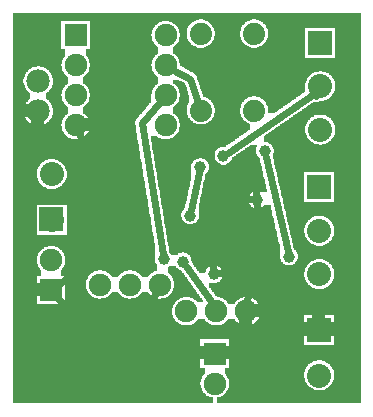
<source format=gbl>
G04 MADE WITH FRITZING*
G04 WWW.FRITZING.ORG*
G04 DOUBLE SIDED*
G04 HOLES PLATED*
G04 CONTOUR ON CENTER OF CONTOUR VECTOR*
%ASAXBY*%
%FSLAX23Y23*%
%MOIN*%
%OFA0B0*%
%SFA1.0B1.0*%
%ADD10C,0.075000*%
%ADD11C,0.039370*%
%ADD12C,0.074000*%
%ADD13C,0.080000*%
%ADD14C,0.078000*%
%ADD15R,0.075000X0.075000*%
%ADD16C,0.024000*%
%ADD17R,0.001000X0.001000*%
%LNCOPPER0*%
G90*
G70*
G54D10*
X106Y1240D03*
G54D11*
X544Y521D03*
X608Y514D03*
X961Y530D03*
X880Y883D03*
X712Y472D03*
X665Y829D03*
X632Y667D03*
X743Y866D03*
G54D10*
X250Y1268D03*
X550Y1268D03*
X250Y1168D03*
X550Y1168D03*
X250Y1068D03*
X550Y1068D03*
X250Y968D03*
X550Y968D03*
X531Y437D03*
X431Y437D03*
X331Y437D03*
X819Y348D03*
X719Y348D03*
X619Y348D03*
G54D12*
X845Y1273D03*
X845Y1017D03*
X667Y1273D03*
X667Y1017D03*
G54D13*
X1066Y1243D03*
X1066Y1098D03*
X1066Y953D03*
X1062Y761D03*
X1062Y616D03*
X1062Y471D03*
G54D10*
X714Y207D03*
X714Y107D03*
X168Y418D03*
X168Y518D03*
G54D13*
X170Y654D03*
X170Y805D03*
X1062Y286D03*
X1062Y134D03*
G54D14*
X126Y1015D03*
X126Y1115D03*
G54D11*
X856Y720D03*
G54D15*
X250Y1268D03*
X714Y207D03*
X168Y418D03*
G54D16*
X633Y1122D02*
X575Y1154D01*
D02*
X657Y1047D02*
X633Y1122D01*
D02*
X470Y975D02*
X532Y1046D01*
D02*
X541Y540D02*
X470Y975D01*
D02*
X234Y340D02*
X487Y340D01*
D02*
X487Y340D02*
X519Y411D01*
D02*
X187Y396D02*
X234Y340D01*
D02*
X719Y359D02*
X619Y499D01*
D02*
X719Y376D02*
X719Y359D01*
D02*
X285Y893D02*
X262Y942D01*
D02*
X277Y503D02*
X285Y893D01*
D02*
X191Y435D02*
X277Y503D01*
D02*
X884Y864D02*
X957Y549D01*
D02*
X661Y810D02*
X636Y686D01*
D02*
X1058Y1082D02*
X758Y877D01*
D02*
X1050Y1067D02*
X1058Y1082D01*
D02*
X854Y701D02*
X822Y376D01*
G36*
X40Y1341D02*
X40Y1321D01*
X852Y1321D01*
X852Y1319D01*
X860Y1319D01*
X860Y1317D01*
X864Y1317D01*
X864Y1315D01*
X868Y1315D01*
X868Y1313D01*
X872Y1313D01*
X872Y1311D01*
X874Y1311D01*
X874Y1309D01*
X876Y1309D01*
X876Y1307D01*
X878Y1307D01*
X878Y1305D01*
X880Y1305D01*
X880Y1303D01*
X882Y1303D01*
X882Y1301D01*
X884Y1301D01*
X884Y1297D01*
X886Y1297D01*
X886Y1293D01*
X1116Y1293D01*
X1116Y1193D01*
X1202Y1193D01*
X1202Y1341D01*
X40Y1341D01*
G37*
D02*
G36*
X40Y1321D02*
X40Y1315D01*
X562Y1315D01*
X562Y1313D01*
X570Y1313D01*
X570Y1311D01*
X572Y1311D01*
X572Y1309D01*
X576Y1309D01*
X576Y1307D01*
X578Y1307D01*
X578Y1305D01*
X582Y1305D01*
X582Y1303D01*
X584Y1303D01*
X584Y1301D01*
X586Y1301D01*
X586Y1299D01*
X588Y1299D01*
X588Y1295D01*
X590Y1295D01*
X590Y1293D01*
X592Y1293D01*
X592Y1289D01*
X594Y1289D01*
X594Y1283D01*
X596Y1283D01*
X596Y1277D01*
X598Y1277D01*
X598Y1261D01*
X596Y1261D01*
X596Y1253D01*
X594Y1253D01*
X594Y1247D01*
X592Y1247D01*
X592Y1245D01*
X590Y1245D01*
X590Y1241D01*
X588Y1241D01*
X588Y1239D01*
X586Y1239D01*
X586Y1237D01*
X584Y1237D01*
X584Y1235D01*
X582Y1235D01*
X582Y1233D01*
X580Y1233D01*
X580Y1231D01*
X578Y1231D01*
X578Y1229D01*
X574Y1229D01*
X574Y1227D01*
X656Y1227D01*
X656Y1229D01*
X650Y1229D01*
X650Y1231D01*
X646Y1231D01*
X646Y1233D01*
X642Y1233D01*
X642Y1235D01*
X640Y1235D01*
X640Y1237D01*
X636Y1237D01*
X636Y1239D01*
X634Y1239D01*
X634Y1241D01*
X632Y1241D01*
X632Y1243D01*
X630Y1243D01*
X630Y1247D01*
X628Y1247D01*
X628Y1249D01*
X626Y1249D01*
X626Y1253D01*
X624Y1253D01*
X624Y1257D01*
X622Y1257D01*
X622Y1263D01*
X620Y1263D01*
X620Y1283D01*
X622Y1283D01*
X622Y1291D01*
X624Y1291D01*
X624Y1295D01*
X626Y1295D01*
X626Y1299D01*
X628Y1299D01*
X628Y1301D01*
X630Y1301D01*
X630Y1303D01*
X632Y1303D01*
X632Y1307D01*
X636Y1307D01*
X636Y1309D01*
X638Y1309D01*
X638Y1311D01*
X640Y1311D01*
X640Y1313D01*
X644Y1313D01*
X644Y1315D01*
X646Y1315D01*
X646Y1317D01*
X652Y1317D01*
X652Y1319D01*
X660Y1319D01*
X660Y1321D01*
X40Y1321D01*
G37*
D02*
G36*
X674Y1321D02*
X674Y1319D01*
X682Y1319D01*
X682Y1317D01*
X686Y1317D01*
X686Y1315D01*
X690Y1315D01*
X690Y1313D01*
X694Y1313D01*
X694Y1311D01*
X696Y1311D01*
X696Y1309D01*
X698Y1309D01*
X698Y1307D01*
X700Y1307D01*
X700Y1305D01*
X702Y1305D01*
X702Y1303D01*
X704Y1303D01*
X704Y1301D01*
X706Y1301D01*
X706Y1297D01*
X708Y1297D01*
X708Y1293D01*
X710Y1293D01*
X710Y1289D01*
X712Y1289D01*
X712Y1281D01*
X714Y1281D01*
X714Y1265D01*
X712Y1265D01*
X712Y1259D01*
X710Y1259D01*
X710Y1253D01*
X708Y1253D01*
X708Y1249D01*
X706Y1249D01*
X706Y1247D01*
X704Y1247D01*
X704Y1243D01*
X702Y1243D01*
X702Y1241D01*
X700Y1241D01*
X700Y1239D01*
X698Y1239D01*
X698Y1237D01*
X694Y1237D01*
X694Y1235D01*
X692Y1235D01*
X692Y1233D01*
X688Y1233D01*
X688Y1231D01*
X684Y1231D01*
X684Y1229D01*
X678Y1229D01*
X678Y1227D01*
X834Y1227D01*
X834Y1229D01*
X828Y1229D01*
X828Y1231D01*
X824Y1231D01*
X824Y1233D01*
X820Y1233D01*
X820Y1235D01*
X818Y1235D01*
X818Y1237D01*
X814Y1237D01*
X814Y1239D01*
X812Y1239D01*
X812Y1241D01*
X810Y1241D01*
X810Y1243D01*
X808Y1243D01*
X808Y1247D01*
X806Y1247D01*
X806Y1249D01*
X804Y1249D01*
X804Y1253D01*
X802Y1253D01*
X802Y1257D01*
X800Y1257D01*
X800Y1263D01*
X798Y1263D01*
X798Y1283D01*
X800Y1283D01*
X800Y1291D01*
X802Y1291D01*
X802Y1295D01*
X804Y1295D01*
X804Y1299D01*
X806Y1299D01*
X806Y1301D01*
X808Y1301D01*
X808Y1303D01*
X810Y1303D01*
X810Y1307D01*
X814Y1307D01*
X814Y1309D01*
X816Y1309D01*
X816Y1311D01*
X818Y1311D01*
X818Y1313D01*
X822Y1313D01*
X822Y1315D01*
X824Y1315D01*
X824Y1317D01*
X830Y1317D01*
X830Y1319D01*
X838Y1319D01*
X838Y1321D01*
X674Y1321D01*
G37*
D02*
G36*
X40Y1315D02*
X40Y1165D01*
X132Y1165D01*
X132Y1163D01*
X140Y1163D01*
X140Y1161D01*
X146Y1161D01*
X146Y1159D01*
X150Y1159D01*
X150Y1157D01*
X152Y1157D01*
X152Y1155D01*
X156Y1155D01*
X156Y1153D01*
X158Y1153D01*
X158Y1151D01*
X160Y1151D01*
X160Y1149D01*
X162Y1149D01*
X162Y1147D01*
X164Y1147D01*
X164Y1145D01*
X166Y1145D01*
X166Y1141D01*
X168Y1141D01*
X168Y1137D01*
X170Y1137D01*
X170Y1133D01*
X172Y1133D01*
X172Y1127D01*
X174Y1127D01*
X174Y1103D01*
X172Y1103D01*
X172Y1097D01*
X170Y1097D01*
X170Y1093D01*
X168Y1093D01*
X168Y1089D01*
X166Y1089D01*
X166Y1087D01*
X164Y1087D01*
X164Y1085D01*
X162Y1085D01*
X162Y1081D01*
X160Y1081D01*
X160Y1079D01*
X156Y1079D01*
X156Y1077D01*
X154Y1077D01*
X154Y1075D01*
X152Y1075D01*
X152Y1055D01*
X156Y1055D01*
X156Y1053D01*
X158Y1053D01*
X158Y1051D01*
X160Y1051D01*
X160Y1049D01*
X162Y1049D01*
X162Y1047D01*
X164Y1047D01*
X164Y1045D01*
X166Y1045D01*
X166Y1041D01*
X168Y1041D01*
X168Y1037D01*
X170Y1037D01*
X170Y1033D01*
X172Y1033D01*
X172Y1027D01*
X174Y1027D01*
X174Y1003D01*
X172Y1003D01*
X172Y997D01*
X170Y997D01*
X170Y993D01*
X168Y993D01*
X168Y989D01*
X166Y989D01*
X166Y987D01*
X164Y987D01*
X164Y985D01*
X162Y985D01*
X162Y981D01*
X160Y981D01*
X160Y979D01*
X156Y979D01*
X156Y977D01*
X154Y977D01*
X154Y975D01*
X152Y975D01*
X152Y973D01*
X148Y973D01*
X148Y971D01*
X144Y971D01*
X144Y969D01*
X138Y969D01*
X138Y967D01*
X202Y967D01*
X202Y971D01*
X204Y971D01*
X204Y981D01*
X206Y981D01*
X206Y987D01*
X208Y987D01*
X208Y991D01*
X210Y991D01*
X210Y995D01*
X212Y995D01*
X212Y997D01*
X214Y997D01*
X214Y999D01*
X216Y999D01*
X216Y1003D01*
X220Y1003D01*
X220Y1005D01*
X222Y1005D01*
X222Y1007D01*
X224Y1007D01*
X224Y1009D01*
X226Y1009D01*
X226Y1029D01*
X222Y1029D01*
X222Y1031D01*
X220Y1031D01*
X220Y1033D01*
X218Y1033D01*
X218Y1035D01*
X216Y1035D01*
X216Y1037D01*
X214Y1037D01*
X214Y1039D01*
X212Y1039D01*
X212Y1041D01*
X210Y1041D01*
X210Y1045D01*
X208Y1045D01*
X208Y1049D01*
X206Y1049D01*
X206Y1055D01*
X204Y1055D01*
X204Y1065D01*
X202Y1065D01*
X202Y1071D01*
X204Y1071D01*
X204Y1081D01*
X206Y1081D01*
X206Y1087D01*
X208Y1087D01*
X208Y1091D01*
X210Y1091D01*
X210Y1095D01*
X212Y1095D01*
X212Y1097D01*
X214Y1097D01*
X214Y1099D01*
X216Y1099D01*
X216Y1103D01*
X220Y1103D01*
X220Y1105D01*
X222Y1105D01*
X222Y1107D01*
X224Y1107D01*
X224Y1109D01*
X226Y1109D01*
X226Y1129D01*
X222Y1129D01*
X222Y1131D01*
X220Y1131D01*
X220Y1133D01*
X218Y1133D01*
X218Y1135D01*
X216Y1135D01*
X216Y1137D01*
X214Y1137D01*
X214Y1139D01*
X212Y1139D01*
X212Y1141D01*
X210Y1141D01*
X210Y1145D01*
X208Y1145D01*
X208Y1149D01*
X206Y1149D01*
X206Y1155D01*
X204Y1155D01*
X204Y1165D01*
X202Y1165D01*
X202Y1171D01*
X204Y1171D01*
X204Y1181D01*
X206Y1181D01*
X206Y1187D01*
X208Y1187D01*
X208Y1191D01*
X210Y1191D01*
X210Y1195D01*
X212Y1195D01*
X212Y1197D01*
X214Y1197D01*
X214Y1199D01*
X216Y1199D01*
X216Y1221D01*
X202Y1221D01*
X202Y1315D01*
X40Y1315D01*
G37*
D02*
G36*
X298Y1315D02*
X298Y1221D01*
X284Y1221D01*
X284Y1201D01*
X286Y1201D01*
X286Y1199D01*
X288Y1199D01*
X288Y1195D01*
X290Y1195D01*
X290Y1193D01*
X292Y1193D01*
X292Y1189D01*
X294Y1189D01*
X294Y1183D01*
X296Y1183D01*
X296Y1177D01*
X298Y1177D01*
X298Y1161D01*
X296Y1161D01*
X296Y1153D01*
X294Y1153D01*
X294Y1147D01*
X292Y1147D01*
X292Y1145D01*
X290Y1145D01*
X290Y1141D01*
X288Y1141D01*
X288Y1139D01*
X286Y1139D01*
X286Y1137D01*
X284Y1137D01*
X284Y1135D01*
X282Y1135D01*
X282Y1133D01*
X280Y1133D01*
X280Y1131D01*
X278Y1131D01*
X278Y1129D01*
X274Y1129D01*
X274Y1109D01*
X276Y1109D01*
X276Y1107D01*
X278Y1107D01*
X278Y1105D01*
X282Y1105D01*
X282Y1103D01*
X284Y1103D01*
X284Y1101D01*
X286Y1101D01*
X286Y1099D01*
X288Y1099D01*
X288Y1095D01*
X290Y1095D01*
X290Y1093D01*
X292Y1093D01*
X292Y1089D01*
X294Y1089D01*
X294Y1083D01*
X296Y1083D01*
X296Y1077D01*
X298Y1077D01*
X298Y1061D01*
X296Y1061D01*
X296Y1053D01*
X294Y1053D01*
X294Y1047D01*
X292Y1047D01*
X292Y1045D01*
X290Y1045D01*
X290Y1041D01*
X288Y1041D01*
X288Y1039D01*
X286Y1039D01*
X286Y1037D01*
X284Y1037D01*
X284Y1035D01*
X282Y1035D01*
X282Y1033D01*
X280Y1033D01*
X280Y1031D01*
X278Y1031D01*
X278Y1029D01*
X274Y1029D01*
X274Y1009D01*
X276Y1009D01*
X276Y1007D01*
X278Y1007D01*
X278Y1005D01*
X282Y1005D01*
X282Y1003D01*
X284Y1003D01*
X284Y1001D01*
X286Y1001D01*
X286Y999D01*
X288Y999D01*
X288Y995D01*
X290Y995D01*
X290Y993D01*
X292Y993D01*
X292Y989D01*
X294Y989D01*
X294Y983D01*
X296Y983D01*
X296Y977D01*
X298Y977D01*
X298Y961D01*
X296Y961D01*
X296Y953D01*
X294Y953D01*
X294Y947D01*
X292Y947D01*
X292Y945D01*
X290Y945D01*
X290Y941D01*
X288Y941D01*
X288Y939D01*
X286Y939D01*
X286Y937D01*
X284Y937D01*
X284Y935D01*
X282Y935D01*
X282Y933D01*
X280Y933D01*
X280Y931D01*
X278Y931D01*
X278Y929D01*
X274Y929D01*
X274Y927D01*
X272Y927D01*
X272Y925D01*
X266Y925D01*
X266Y923D01*
X260Y923D01*
X260Y921D01*
X456Y921D01*
X456Y931D01*
X454Y931D01*
X454Y943D01*
X452Y943D01*
X452Y957D01*
X450Y957D01*
X450Y969D01*
X448Y969D01*
X448Y981D01*
X450Y981D01*
X450Y985D01*
X452Y985D01*
X452Y989D01*
X454Y989D01*
X454Y991D01*
X456Y991D01*
X456Y993D01*
X458Y993D01*
X458Y995D01*
X460Y995D01*
X460Y999D01*
X462Y999D01*
X462Y1001D01*
X464Y1001D01*
X464Y1003D01*
X466Y1003D01*
X466Y1005D01*
X468Y1005D01*
X468Y1007D01*
X470Y1007D01*
X470Y1009D01*
X472Y1009D01*
X472Y1013D01*
X474Y1013D01*
X474Y1015D01*
X476Y1015D01*
X476Y1017D01*
X478Y1017D01*
X478Y1019D01*
X480Y1019D01*
X480Y1021D01*
X482Y1021D01*
X482Y1023D01*
X484Y1023D01*
X484Y1027D01*
X486Y1027D01*
X486Y1029D01*
X488Y1029D01*
X488Y1031D01*
X490Y1031D01*
X490Y1033D01*
X492Y1033D01*
X492Y1035D01*
X494Y1035D01*
X494Y1037D01*
X496Y1037D01*
X496Y1041D01*
X498Y1041D01*
X498Y1043D01*
X500Y1043D01*
X500Y1045D01*
X502Y1045D01*
X502Y1071D01*
X504Y1071D01*
X504Y1081D01*
X506Y1081D01*
X506Y1087D01*
X508Y1087D01*
X508Y1091D01*
X510Y1091D01*
X510Y1095D01*
X512Y1095D01*
X512Y1097D01*
X514Y1097D01*
X514Y1099D01*
X516Y1099D01*
X516Y1103D01*
X520Y1103D01*
X520Y1105D01*
X522Y1105D01*
X522Y1107D01*
X524Y1107D01*
X524Y1109D01*
X526Y1109D01*
X526Y1129D01*
X522Y1129D01*
X522Y1131D01*
X520Y1131D01*
X520Y1133D01*
X518Y1133D01*
X518Y1135D01*
X516Y1135D01*
X516Y1137D01*
X514Y1137D01*
X514Y1139D01*
X512Y1139D01*
X512Y1141D01*
X510Y1141D01*
X510Y1145D01*
X508Y1145D01*
X508Y1149D01*
X506Y1149D01*
X506Y1155D01*
X504Y1155D01*
X504Y1165D01*
X502Y1165D01*
X502Y1171D01*
X504Y1171D01*
X504Y1181D01*
X506Y1181D01*
X506Y1187D01*
X508Y1187D01*
X508Y1191D01*
X510Y1191D01*
X510Y1195D01*
X512Y1195D01*
X512Y1197D01*
X514Y1197D01*
X514Y1199D01*
X516Y1199D01*
X516Y1203D01*
X520Y1203D01*
X520Y1205D01*
X522Y1205D01*
X522Y1207D01*
X524Y1207D01*
X524Y1209D01*
X526Y1209D01*
X526Y1229D01*
X522Y1229D01*
X522Y1231D01*
X520Y1231D01*
X520Y1233D01*
X518Y1233D01*
X518Y1235D01*
X516Y1235D01*
X516Y1237D01*
X514Y1237D01*
X514Y1239D01*
X512Y1239D01*
X512Y1241D01*
X510Y1241D01*
X510Y1245D01*
X508Y1245D01*
X508Y1249D01*
X506Y1249D01*
X506Y1255D01*
X504Y1255D01*
X504Y1265D01*
X502Y1265D01*
X502Y1271D01*
X504Y1271D01*
X504Y1281D01*
X506Y1281D01*
X506Y1287D01*
X508Y1287D01*
X508Y1291D01*
X510Y1291D01*
X510Y1295D01*
X512Y1295D01*
X512Y1297D01*
X514Y1297D01*
X514Y1299D01*
X516Y1299D01*
X516Y1303D01*
X520Y1303D01*
X520Y1305D01*
X522Y1305D01*
X522Y1307D01*
X524Y1307D01*
X524Y1309D01*
X528Y1309D01*
X528Y1311D01*
X532Y1311D01*
X532Y1313D01*
X538Y1313D01*
X538Y1315D01*
X298Y1315D01*
G37*
D02*
G36*
X888Y1293D02*
X888Y1289D01*
X890Y1289D01*
X890Y1281D01*
X892Y1281D01*
X892Y1265D01*
X890Y1265D01*
X890Y1259D01*
X888Y1259D01*
X888Y1253D01*
X886Y1253D01*
X886Y1249D01*
X884Y1249D01*
X884Y1247D01*
X882Y1247D01*
X882Y1243D01*
X880Y1243D01*
X880Y1241D01*
X878Y1241D01*
X878Y1239D01*
X876Y1239D01*
X876Y1237D01*
X872Y1237D01*
X872Y1235D01*
X870Y1235D01*
X870Y1233D01*
X866Y1233D01*
X866Y1231D01*
X862Y1231D01*
X862Y1229D01*
X856Y1229D01*
X856Y1227D01*
X1016Y1227D01*
X1016Y1293D01*
X888Y1293D01*
G37*
D02*
G36*
X574Y1227D02*
X574Y1225D01*
X1016Y1225D01*
X1016Y1227D01*
X574Y1227D01*
G37*
D02*
G36*
X574Y1227D02*
X574Y1225D01*
X1016Y1225D01*
X1016Y1227D01*
X574Y1227D01*
G37*
D02*
G36*
X574Y1227D02*
X574Y1225D01*
X1016Y1225D01*
X1016Y1227D01*
X574Y1227D01*
G37*
D02*
G36*
X574Y1225D02*
X574Y1209D01*
X576Y1209D01*
X576Y1207D01*
X578Y1207D01*
X578Y1205D01*
X582Y1205D01*
X582Y1203D01*
X584Y1203D01*
X584Y1201D01*
X586Y1201D01*
X586Y1199D01*
X588Y1199D01*
X588Y1195D01*
X590Y1195D01*
X590Y1193D01*
X1016Y1193D01*
X1016Y1225D01*
X574Y1225D01*
G37*
D02*
G36*
X592Y1193D02*
X592Y1191D01*
X1202Y1191D01*
X1202Y1193D01*
X592Y1193D01*
G37*
D02*
G36*
X592Y1193D02*
X592Y1191D01*
X1202Y1191D01*
X1202Y1193D01*
X592Y1193D01*
G37*
D02*
G36*
X592Y1191D02*
X592Y1189D01*
X594Y1189D01*
X594Y1183D01*
X596Y1183D01*
X596Y1177D01*
X598Y1177D01*
X598Y1167D01*
X600Y1167D01*
X600Y1165D01*
X604Y1165D01*
X604Y1163D01*
X608Y1163D01*
X608Y1161D01*
X610Y1161D01*
X610Y1159D01*
X614Y1159D01*
X614Y1157D01*
X618Y1157D01*
X618Y1155D01*
X622Y1155D01*
X622Y1153D01*
X626Y1153D01*
X626Y1151D01*
X628Y1151D01*
X628Y1149D01*
X1072Y1149D01*
X1072Y1147D01*
X1080Y1147D01*
X1080Y1145D01*
X1086Y1145D01*
X1086Y1143D01*
X1090Y1143D01*
X1090Y1141D01*
X1094Y1141D01*
X1094Y1139D01*
X1096Y1139D01*
X1096Y1137D01*
X1098Y1137D01*
X1098Y1135D01*
X1100Y1135D01*
X1100Y1133D01*
X1102Y1133D01*
X1102Y1131D01*
X1104Y1131D01*
X1104Y1129D01*
X1106Y1129D01*
X1106Y1127D01*
X1108Y1127D01*
X1108Y1123D01*
X1110Y1123D01*
X1110Y1119D01*
X1112Y1119D01*
X1112Y1115D01*
X1114Y1115D01*
X1114Y1105D01*
X1116Y1105D01*
X1116Y1091D01*
X1114Y1091D01*
X1114Y1083D01*
X1112Y1083D01*
X1112Y1077D01*
X1110Y1077D01*
X1110Y1075D01*
X1108Y1075D01*
X1108Y1071D01*
X1106Y1071D01*
X1106Y1069D01*
X1104Y1069D01*
X1104Y1065D01*
X1102Y1065D01*
X1102Y1063D01*
X1100Y1063D01*
X1100Y1061D01*
X1098Y1061D01*
X1098Y1059D01*
X1094Y1059D01*
X1094Y1057D01*
X1092Y1057D01*
X1092Y1055D01*
X1088Y1055D01*
X1088Y1053D01*
X1084Y1053D01*
X1084Y1051D01*
X1078Y1051D01*
X1078Y1049D01*
X1060Y1049D01*
X1060Y1047D01*
X1056Y1047D01*
X1056Y1045D01*
X1042Y1045D01*
X1042Y1043D01*
X1038Y1043D01*
X1038Y1041D01*
X1036Y1041D01*
X1036Y1039D01*
X1032Y1039D01*
X1032Y1037D01*
X1030Y1037D01*
X1030Y1035D01*
X1026Y1035D01*
X1026Y1033D01*
X1024Y1033D01*
X1024Y1031D01*
X1020Y1031D01*
X1020Y1029D01*
X1018Y1029D01*
X1018Y1027D01*
X1014Y1027D01*
X1014Y1025D01*
X1012Y1025D01*
X1012Y1023D01*
X1008Y1023D01*
X1008Y1021D01*
X1006Y1021D01*
X1006Y1019D01*
X1004Y1019D01*
X1004Y1017D01*
X1000Y1017D01*
X1000Y1015D01*
X998Y1015D01*
X998Y1013D01*
X994Y1013D01*
X994Y1011D01*
X992Y1011D01*
X992Y1009D01*
X988Y1009D01*
X988Y1007D01*
X986Y1007D01*
X986Y1005D01*
X982Y1005D01*
X982Y1003D01*
X1078Y1003D01*
X1078Y1001D01*
X1084Y1001D01*
X1084Y999D01*
X1088Y999D01*
X1088Y997D01*
X1092Y997D01*
X1092Y995D01*
X1094Y995D01*
X1094Y993D01*
X1098Y993D01*
X1098Y991D01*
X1100Y991D01*
X1100Y989D01*
X1102Y989D01*
X1102Y987D01*
X1104Y987D01*
X1104Y985D01*
X1106Y985D01*
X1106Y981D01*
X1108Y981D01*
X1108Y977D01*
X1110Y977D01*
X1110Y975D01*
X1112Y975D01*
X1112Y969D01*
X1114Y969D01*
X1114Y961D01*
X1116Y961D01*
X1116Y947D01*
X1114Y947D01*
X1114Y937D01*
X1112Y937D01*
X1112Y933D01*
X1110Y933D01*
X1110Y929D01*
X1108Y929D01*
X1108Y925D01*
X1106Y925D01*
X1106Y923D01*
X1104Y923D01*
X1104Y921D01*
X1102Y921D01*
X1102Y919D01*
X1100Y919D01*
X1100Y917D01*
X1098Y917D01*
X1098Y915D01*
X1096Y915D01*
X1096Y913D01*
X1094Y913D01*
X1094Y911D01*
X1090Y911D01*
X1090Y909D01*
X1086Y909D01*
X1086Y907D01*
X1080Y907D01*
X1080Y905D01*
X1070Y905D01*
X1070Y903D01*
X1202Y903D01*
X1202Y1191D01*
X592Y1191D01*
G37*
D02*
G36*
X40Y1165D02*
X40Y967D01*
X114Y967D01*
X114Y969D01*
X108Y969D01*
X108Y971D01*
X104Y971D01*
X104Y973D01*
X100Y973D01*
X100Y975D01*
X96Y975D01*
X96Y977D01*
X94Y977D01*
X94Y979D01*
X92Y979D01*
X92Y981D01*
X90Y981D01*
X90Y983D01*
X88Y983D01*
X88Y985D01*
X86Y985D01*
X86Y989D01*
X84Y989D01*
X84Y991D01*
X82Y991D01*
X82Y995D01*
X80Y995D01*
X80Y1001D01*
X78Y1001D01*
X78Y1009D01*
X76Y1009D01*
X76Y1021D01*
X78Y1021D01*
X78Y1029D01*
X80Y1029D01*
X80Y1035D01*
X82Y1035D01*
X82Y1039D01*
X84Y1039D01*
X84Y1043D01*
X86Y1043D01*
X86Y1045D01*
X88Y1045D01*
X88Y1047D01*
X90Y1047D01*
X90Y1051D01*
X94Y1051D01*
X94Y1053D01*
X96Y1053D01*
X96Y1055D01*
X98Y1055D01*
X98Y1075D01*
X96Y1075D01*
X96Y1077D01*
X94Y1077D01*
X94Y1079D01*
X92Y1079D01*
X92Y1081D01*
X90Y1081D01*
X90Y1083D01*
X88Y1083D01*
X88Y1085D01*
X86Y1085D01*
X86Y1089D01*
X84Y1089D01*
X84Y1091D01*
X82Y1091D01*
X82Y1095D01*
X80Y1095D01*
X80Y1101D01*
X78Y1101D01*
X78Y1109D01*
X76Y1109D01*
X76Y1121D01*
X78Y1121D01*
X78Y1129D01*
X80Y1129D01*
X80Y1135D01*
X82Y1135D01*
X82Y1139D01*
X84Y1139D01*
X84Y1143D01*
X86Y1143D01*
X86Y1145D01*
X88Y1145D01*
X88Y1147D01*
X90Y1147D01*
X90Y1151D01*
X94Y1151D01*
X94Y1153D01*
X96Y1153D01*
X96Y1155D01*
X98Y1155D01*
X98Y1157D01*
X102Y1157D01*
X102Y1159D01*
X106Y1159D01*
X106Y1161D01*
X112Y1161D01*
X112Y1163D01*
X120Y1163D01*
X120Y1165D01*
X40Y1165D01*
G37*
D02*
G36*
X632Y1149D02*
X632Y1147D01*
X636Y1147D01*
X636Y1145D01*
X640Y1145D01*
X640Y1143D01*
X644Y1143D01*
X644Y1141D01*
X646Y1141D01*
X646Y1139D01*
X648Y1139D01*
X648Y1137D01*
X650Y1137D01*
X650Y1135D01*
X652Y1135D01*
X652Y1131D01*
X654Y1131D01*
X654Y1125D01*
X656Y1125D01*
X656Y1119D01*
X658Y1119D01*
X658Y1113D01*
X660Y1113D01*
X660Y1107D01*
X662Y1107D01*
X662Y1101D01*
X664Y1101D01*
X664Y1095D01*
X666Y1095D01*
X666Y1089D01*
X668Y1089D01*
X668Y1083D01*
X670Y1083D01*
X670Y1077D01*
X672Y1077D01*
X672Y1071D01*
X674Y1071D01*
X674Y1065D01*
X852Y1065D01*
X852Y1063D01*
X860Y1063D01*
X860Y1061D01*
X864Y1061D01*
X864Y1059D01*
X868Y1059D01*
X868Y1057D01*
X872Y1057D01*
X872Y1055D01*
X874Y1055D01*
X874Y1053D01*
X876Y1053D01*
X876Y1051D01*
X878Y1051D01*
X878Y1049D01*
X880Y1049D01*
X880Y1047D01*
X882Y1047D01*
X882Y1045D01*
X884Y1045D01*
X884Y1041D01*
X886Y1041D01*
X886Y1037D01*
X888Y1037D01*
X888Y1033D01*
X890Y1033D01*
X890Y1025D01*
X892Y1025D01*
X892Y1009D01*
X914Y1009D01*
X914Y1011D01*
X916Y1011D01*
X916Y1013D01*
X920Y1013D01*
X920Y1015D01*
X922Y1015D01*
X922Y1017D01*
X926Y1017D01*
X926Y1019D01*
X928Y1019D01*
X928Y1021D01*
X930Y1021D01*
X930Y1023D01*
X934Y1023D01*
X934Y1025D01*
X936Y1025D01*
X936Y1027D01*
X940Y1027D01*
X940Y1029D01*
X942Y1029D01*
X942Y1031D01*
X946Y1031D01*
X946Y1033D01*
X948Y1033D01*
X948Y1035D01*
X952Y1035D01*
X952Y1037D01*
X954Y1037D01*
X954Y1039D01*
X958Y1039D01*
X958Y1041D01*
X960Y1041D01*
X960Y1043D01*
X964Y1043D01*
X964Y1045D01*
X966Y1045D01*
X966Y1047D01*
X968Y1047D01*
X968Y1049D01*
X972Y1049D01*
X972Y1051D01*
X974Y1051D01*
X974Y1053D01*
X978Y1053D01*
X978Y1055D01*
X980Y1055D01*
X980Y1057D01*
X984Y1057D01*
X984Y1059D01*
X986Y1059D01*
X986Y1061D01*
X990Y1061D01*
X990Y1063D01*
X992Y1063D01*
X992Y1065D01*
X996Y1065D01*
X996Y1067D01*
X998Y1067D01*
X998Y1069D01*
X1002Y1069D01*
X1002Y1071D01*
X1004Y1071D01*
X1004Y1073D01*
X1006Y1073D01*
X1006Y1075D01*
X1010Y1075D01*
X1010Y1077D01*
X1012Y1077D01*
X1012Y1079D01*
X1016Y1079D01*
X1016Y1109D01*
X1018Y1109D01*
X1018Y1117D01*
X1020Y1117D01*
X1020Y1121D01*
X1022Y1121D01*
X1022Y1125D01*
X1024Y1125D01*
X1024Y1127D01*
X1026Y1127D01*
X1026Y1129D01*
X1028Y1129D01*
X1028Y1133D01*
X1030Y1133D01*
X1030Y1135D01*
X1032Y1135D01*
X1032Y1137D01*
X1036Y1137D01*
X1036Y1139D01*
X1038Y1139D01*
X1038Y1141D01*
X1042Y1141D01*
X1042Y1143D01*
X1046Y1143D01*
X1046Y1145D01*
X1050Y1145D01*
X1050Y1147D01*
X1060Y1147D01*
X1060Y1149D01*
X632Y1149D01*
G37*
D02*
G36*
X574Y1119D02*
X574Y1109D01*
X576Y1109D01*
X576Y1107D01*
X578Y1107D01*
X578Y1105D01*
X582Y1105D01*
X582Y1103D01*
X584Y1103D01*
X584Y1101D01*
X586Y1101D01*
X586Y1099D01*
X588Y1099D01*
X588Y1095D01*
X590Y1095D01*
X590Y1093D01*
X592Y1093D01*
X592Y1089D01*
X594Y1089D01*
X594Y1083D01*
X596Y1083D01*
X596Y1077D01*
X598Y1077D01*
X598Y1061D01*
X596Y1061D01*
X596Y1053D01*
X594Y1053D01*
X594Y1047D01*
X592Y1047D01*
X592Y1045D01*
X590Y1045D01*
X590Y1041D01*
X588Y1041D01*
X588Y1039D01*
X586Y1039D01*
X586Y1037D01*
X584Y1037D01*
X584Y1035D01*
X582Y1035D01*
X582Y1033D01*
X580Y1033D01*
X580Y1031D01*
X578Y1031D01*
X578Y1029D01*
X574Y1029D01*
X574Y1009D01*
X576Y1009D01*
X576Y1007D01*
X578Y1007D01*
X578Y1005D01*
X582Y1005D01*
X582Y1003D01*
X584Y1003D01*
X584Y1001D01*
X586Y1001D01*
X586Y999D01*
X588Y999D01*
X588Y995D01*
X590Y995D01*
X590Y993D01*
X592Y993D01*
X592Y989D01*
X594Y989D01*
X594Y983D01*
X596Y983D01*
X596Y977D01*
X598Y977D01*
X598Y971D01*
X656Y971D01*
X656Y973D01*
X650Y973D01*
X650Y975D01*
X646Y975D01*
X646Y977D01*
X642Y977D01*
X642Y979D01*
X640Y979D01*
X640Y981D01*
X636Y981D01*
X636Y983D01*
X634Y983D01*
X634Y985D01*
X632Y985D01*
X632Y987D01*
X630Y987D01*
X630Y991D01*
X628Y991D01*
X628Y993D01*
X626Y993D01*
X626Y997D01*
X624Y997D01*
X624Y1001D01*
X622Y1001D01*
X622Y1007D01*
X620Y1007D01*
X620Y1027D01*
X622Y1027D01*
X622Y1035D01*
X624Y1035D01*
X624Y1039D01*
X626Y1039D01*
X626Y1043D01*
X628Y1043D01*
X628Y1069D01*
X626Y1069D01*
X626Y1075D01*
X624Y1075D01*
X624Y1081D01*
X622Y1081D01*
X622Y1087D01*
X620Y1087D01*
X620Y1095D01*
X618Y1095D01*
X618Y1101D01*
X616Y1101D01*
X616Y1107D01*
X614Y1107D01*
X614Y1109D01*
X610Y1109D01*
X610Y1111D01*
X606Y1111D01*
X606Y1113D01*
X604Y1113D01*
X604Y1115D01*
X600Y1115D01*
X600Y1117D01*
X596Y1117D01*
X596Y1119D01*
X574Y1119D01*
G37*
D02*
G36*
X674Y1065D02*
X674Y1063D01*
X682Y1063D01*
X682Y1061D01*
X686Y1061D01*
X686Y1059D01*
X690Y1059D01*
X690Y1057D01*
X694Y1057D01*
X694Y1055D01*
X696Y1055D01*
X696Y1053D01*
X698Y1053D01*
X698Y1051D01*
X700Y1051D01*
X700Y1049D01*
X702Y1049D01*
X702Y1047D01*
X704Y1047D01*
X704Y1045D01*
X706Y1045D01*
X706Y1041D01*
X708Y1041D01*
X708Y1037D01*
X710Y1037D01*
X710Y1033D01*
X712Y1033D01*
X712Y1025D01*
X714Y1025D01*
X714Y1009D01*
X712Y1009D01*
X712Y1003D01*
X710Y1003D01*
X710Y997D01*
X708Y997D01*
X708Y993D01*
X706Y993D01*
X706Y991D01*
X704Y991D01*
X704Y987D01*
X702Y987D01*
X702Y985D01*
X700Y985D01*
X700Y983D01*
X698Y983D01*
X698Y981D01*
X694Y981D01*
X694Y979D01*
X692Y979D01*
X692Y977D01*
X688Y977D01*
X688Y975D01*
X684Y975D01*
X684Y973D01*
X678Y973D01*
X678Y971D01*
X832Y971D01*
X832Y973D01*
X828Y973D01*
X828Y975D01*
X824Y975D01*
X824Y977D01*
X820Y977D01*
X820Y979D01*
X818Y979D01*
X818Y981D01*
X814Y981D01*
X814Y983D01*
X812Y983D01*
X812Y985D01*
X810Y985D01*
X810Y987D01*
X808Y987D01*
X808Y991D01*
X806Y991D01*
X806Y993D01*
X804Y993D01*
X804Y997D01*
X802Y997D01*
X802Y1001D01*
X800Y1001D01*
X800Y1007D01*
X798Y1007D01*
X798Y1027D01*
X800Y1027D01*
X800Y1035D01*
X802Y1035D01*
X802Y1039D01*
X804Y1039D01*
X804Y1043D01*
X806Y1043D01*
X806Y1045D01*
X808Y1045D01*
X808Y1047D01*
X810Y1047D01*
X810Y1051D01*
X814Y1051D01*
X814Y1053D01*
X816Y1053D01*
X816Y1055D01*
X818Y1055D01*
X818Y1057D01*
X822Y1057D01*
X822Y1059D01*
X824Y1059D01*
X824Y1061D01*
X830Y1061D01*
X830Y1063D01*
X838Y1063D01*
X838Y1065D01*
X674Y1065D01*
G37*
D02*
G36*
X980Y1003D02*
X980Y1001D01*
X976Y1001D01*
X976Y999D01*
X974Y999D01*
X974Y997D01*
X970Y997D01*
X970Y995D01*
X968Y995D01*
X968Y993D01*
X966Y993D01*
X966Y991D01*
X962Y991D01*
X962Y989D01*
X960Y989D01*
X960Y987D01*
X956Y987D01*
X956Y985D01*
X954Y985D01*
X954Y983D01*
X950Y983D01*
X950Y981D01*
X948Y981D01*
X948Y979D01*
X944Y979D01*
X944Y977D01*
X942Y977D01*
X942Y975D01*
X938Y975D01*
X938Y973D01*
X936Y973D01*
X936Y971D01*
X932Y971D01*
X932Y969D01*
X930Y969D01*
X930Y967D01*
X928Y967D01*
X928Y965D01*
X924Y965D01*
X924Y963D01*
X922Y963D01*
X922Y961D01*
X918Y961D01*
X918Y959D01*
X916Y959D01*
X916Y957D01*
X912Y957D01*
X912Y955D01*
X910Y955D01*
X910Y953D01*
X906Y953D01*
X906Y951D01*
X904Y951D01*
X904Y949D01*
X900Y949D01*
X900Y947D01*
X898Y947D01*
X898Y945D01*
X894Y945D01*
X894Y943D01*
X892Y943D01*
X892Y941D01*
X890Y941D01*
X890Y939D01*
X886Y939D01*
X886Y937D01*
X884Y937D01*
X884Y935D01*
X880Y935D01*
X880Y933D01*
X878Y933D01*
X878Y913D01*
X886Y913D01*
X886Y911D01*
X892Y911D01*
X892Y909D01*
X896Y909D01*
X896Y907D01*
X898Y907D01*
X898Y905D01*
X902Y905D01*
X902Y903D01*
X1060Y903D01*
X1060Y905D01*
X1050Y905D01*
X1050Y907D01*
X1046Y907D01*
X1046Y909D01*
X1042Y909D01*
X1042Y911D01*
X1038Y911D01*
X1038Y913D01*
X1036Y913D01*
X1036Y915D01*
X1034Y915D01*
X1034Y917D01*
X1030Y917D01*
X1030Y919D01*
X1028Y919D01*
X1028Y923D01*
X1026Y923D01*
X1026Y925D01*
X1024Y925D01*
X1024Y927D01*
X1022Y927D01*
X1022Y931D01*
X1020Y931D01*
X1020Y935D01*
X1018Y935D01*
X1018Y943D01*
X1016Y943D01*
X1016Y965D01*
X1018Y965D01*
X1018Y971D01*
X1020Y971D01*
X1020Y975D01*
X1022Y975D01*
X1022Y979D01*
X1024Y979D01*
X1024Y983D01*
X1026Y983D01*
X1026Y985D01*
X1028Y985D01*
X1028Y987D01*
X1030Y987D01*
X1030Y989D01*
X1032Y989D01*
X1032Y991D01*
X1034Y991D01*
X1034Y993D01*
X1036Y993D01*
X1036Y995D01*
X1040Y995D01*
X1040Y997D01*
X1044Y997D01*
X1044Y999D01*
X1046Y999D01*
X1046Y1001D01*
X1054Y1001D01*
X1054Y1003D01*
X980Y1003D01*
G37*
D02*
G36*
X598Y971D02*
X598Y969D01*
X832Y969D01*
X832Y971D01*
X598Y971D01*
G37*
D02*
G36*
X598Y971D02*
X598Y969D01*
X832Y969D01*
X832Y971D01*
X598Y971D01*
G37*
D02*
G36*
X598Y969D02*
X598Y961D01*
X596Y961D01*
X596Y953D01*
X594Y953D01*
X594Y947D01*
X592Y947D01*
X592Y945D01*
X590Y945D01*
X590Y941D01*
X588Y941D01*
X588Y939D01*
X586Y939D01*
X586Y937D01*
X584Y937D01*
X584Y935D01*
X582Y935D01*
X582Y933D01*
X580Y933D01*
X580Y931D01*
X578Y931D01*
X578Y929D01*
X574Y929D01*
X574Y927D01*
X572Y927D01*
X572Y925D01*
X566Y925D01*
X566Y923D01*
X560Y923D01*
X560Y921D01*
X784Y921D01*
X784Y923D01*
X788Y923D01*
X788Y925D01*
X790Y925D01*
X790Y927D01*
X794Y927D01*
X794Y929D01*
X796Y929D01*
X796Y931D01*
X800Y931D01*
X800Y933D01*
X802Y933D01*
X802Y935D01*
X806Y935D01*
X806Y937D01*
X808Y937D01*
X808Y939D01*
X812Y939D01*
X812Y941D01*
X814Y941D01*
X814Y943D01*
X818Y943D01*
X818Y945D01*
X820Y945D01*
X820Y947D01*
X822Y947D01*
X822Y949D01*
X826Y949D01*
X826Y951D01*
X828Y951D01*
X828Y953D01*
X832Y953D01*
X832Y969D01*
X598Y969D01*
G37*
D02*
G36*
X40Y967D02*
X40Y965D01*
X202Y965D01*
X202Y967D01*
X40Y967D01*
G37*
D02*
G36*
X40Y967D02*
X40Y965D01*
X202Y965D01*
X202Y967D01*
X40Y967D01*
G37*
D02*
G36*
X40Y965D02*
X40Y921D01*
X240Y921D01*
X240Y923D01*
X234Y923D01*
X234Y925D01*
X230Y925D01*
X230Y927D01*
X226Y927D01*
X226Y929D01*
X222Y929D01*
X222Y931D01*
X220Y931D01*
X220Y933D01*
X218Y933D01*
X218Y935D01*
X216Y935D01*
X216Y937D01*
X214Y937D01*
X214Y939D01*
X212Y939D01*
X212Y941D01*
X210Y941D01*
X210Y945D01*
X208Y945D01*
X208Y949D01*
X206Y949D01*
X206Y955D01*
X204Y955D01*
X204Y965D01*
X40Y965D01*
G37*
D02*
G36*
X500Y933D02*
X500Y923D01*
X502Y923D01*
X502Y921D01*
X540Y921D01*
X540Y923D01*
X534Y923D01*
X534Y925D01*
X530Y925D01*
X530Y927D01*
X526Y927D01*
X526Y929D01*
X522Y929D01*
X522Y931D01*
X520Y931D01*
X520Y933D01*
X500Y933D01*
G37*
D02*
G36*
X40Y921D02*
X40Y919D01*
X456Y919D01*
X456Y921D01*
X40Y921D01*
G37*
D02*
G36*
X40Y921D02*
X40Y919D01*
X456Y919D01*
X456Y921D01*
X40Y921D01*
G37*
D02*
G36*
X502Y921D02*
X502Y919D01*
X782Y919D01*
X782Y921D01*
X502Y921D01*
G37*
D02*
G36*
X502Y921D02*
X502Y919D01*
X782Y919D01*
X782Y921D01*
X502Y921D01*
G37*
D02*
G36*
X40Y919D02*
X40Y855D01*
X182Y855D01*
X182Y853D01*
X188Y853D01*
X188Y851D01*
X192Y851D01*
X192Y849D01*
X196Y849D01*
X196Y847D01*
X200Y847D01*
X200Y845D01*
X202Y845D01*
X202Y843D01*
X204Y843D01*
X204Y841D01*
X206Y841D01*
X206Y839D01*
X208Y839D01*
X208Y837D01*
X210Y837D01*
X210Y835D01*
X212Y835D01*
X212Y831D01*
X214Y831D01*
X214Y827D01*
X216Y827D01*
X216Y823D01*
X218Y823D01*
X218Y817D01*
X220Y817D01*
X220Y793D01*
X218Y793D01*
X218Y787D01*
X216Y787D01*
X216Y783D01*
X214Y783D01*
X214Y779D01*
X212Y779D01*
X212Y777D01*
X210Y777D01*
X210Y775D01*
X208Y775D01*
X208Y771D01*
X206Y771D01*
X206Y769D01*
X204Y769D01*
X204Y767D01*
X200Y767D01*
X200Y765D01*
X198Y765D01*
X198Y763D01*
X194Y763D01*
X194Y761D01*
X190Y761D01*
X190Y759D01*
X186Y759D01*
X186Y757D01*
X176Y757D01*
X176Y755D01*
X484Y755D01*
X484Y759D01*
X482Y759D01*
X482Y771D01*
X480Y771D01*
X480Y783D01*
X478Y783D01*
X478Y797D01*
X476Y797D01*
X476Y809D01*
X474Y809D01*
X474Y821D01*
X472Y821D01*
X472Y833D01*
X470Y833D01*
X470Y845D01*
X468Y845D01*
X468Y857D01*
X466Y857D01*
X466Y869D01*
X464Y869D01*
X464Y883D01*
X462Y883D01*
X462Y895D01*
X460Y895D01*
X460Y907D01*
X458Y907D01*
X458Y919D01*
X40Y919D01*
G37*
D02*
G36*
X502Y919D02*
X502Y911D01*
X504Y911D01*
X504Y899D01*
X506Y899D01*
X506Y885D01*
X508Y885D01*
X508Y873D01*
X510Y873D01*
X510Y861D01*
X512Y861D01*
X512Y859D01*
X670Y859D01*
X670Y857D01*
X678Y857D01*
X678Y855D01*
X680Y855D01*
X680Y853D01*
X684Y853D01*
X684Y851D01*
X686Y851D01*
X686Y849D01*
X688Y849D01*
X688Y847D01*
X690Y847D01*
X690Y843D01*
X692Y843D01*
X692Y839D01*
X694Y839D01*
X694Y837D01*
X734Y837D01*
X734Y839D01*
X730Y839D01*
X730Y841D01*
X726Y841D01*
X726Y843D01*
X724Y843D01*
X724Y845D01*
X722Y845D01*
X722Y847D01*
X720Y847D01*
X720Y849D01*
X718Y849D01*
X718Y851D01*
X716Y851D01*
X716Y855D01*
X714Y855D01*
X714Y865D01*
X712Y865D01*
X712Y867D01*
X714Y867D01*
X714Y877D01*
X716Y877D01*
X716Y881D01*
X718Y881D01*
X718Y885D01*
X720Y885D01*
X720Y887D01*
X722Y887D01*
X722Y889D01*
X724Y889D01*
X724Y891D01*
X728Y891D01*
X728Y893D01*
X732Y893D01*
X732Y895D01*
X746Y895D01*
X746Y897D01*
X750Y897D01*
X750Y899D01*
X752Y899D01*
X752Y901D01*
X756Y901D01*
X756Y903D01*
X758Y903D01*
X758Y905D01*
X762Y905D01*
X762Y907D01*
X764Y907D01*
X764Y909D01*
X768Y909D01*
X768Y911D01*
X770Y911D01*
X770Y913D01*
X774Y913D01*
X774Y915D01*
X776Y915D01*
X776Y917D01*
X780Y917D01*
X780Y919D01*
X502Y919D01*
G37*
D02*
G36*
X834Y903D02*
X834Y901D01*
X830Y901D01*
X830Y899D01*
X828Y899D01*
X828Y897D01*
X824Y897D01*
X824Y895D01*
X822Y895D01*
X822Y893D01*
X820Y893D01*
X820Y891D01*
X816Y891D01*
X816Y889D01*
X814Y889D01*
X814Y887D01*
X810Y887D01*
X810Y885D01*
X808Y885D01*
X808Y883D01*
X804Y883D01*
X804Y881D01*
X802Y881D01*
X802Y879D01*
X798Y879D01*
X798Y877D01*
X796Y877D01*
X796Y875D01*
X792Y875D01*
X792Y873D01*
X790Y873D01*
X790Y871D01*
X786Y871D01*
X786Y869D01*
X784Y869D01*
X784Y867D01*
X782Y867D01*
X782Y865D01*
X778Y865D01*
X778Y863D01*
X776Y863D01*
X776Y861D01*
X772Y861D01*
X772Y859D01*
X770Y859D01*
X770Y853D01*
X768Y853D01*
X768Y849D01*
X766Y849D01*
X766Y847D01*
X764Y847D01*
X764Y845D01*
X762Y845D01*
X762Y843D01*
X760Y843D01*
X760Y841D01*
X756Y841D01*
X756Y839D01*
X750Y839D01*
X750Y837D01*
X868Y837D01*
X868Y841D01*
X866Y841D01*
X866Y851D01*
X864Y851D01*
X864Y859D01*
X862Y859D01*
X862Y861D01*
X860Y861D01*
X860Y863D01*
X858Y863D01*
X858Y865D01*
X856Y865D01*
X856Y867D01*
X854Y867D01*
X854Y871D01*
X852Y871D01*
X852Y877D01*
X850Y877D01*
X850Y889D01*
X852Y889D01*
X852Y895D01*
X854Y895D01*
X854Y903D01*
X834Y903D01*
G37*
D02*
G36*
X902Y903D02*
X902Y901D01*
X1202Y901D01*
X1202Y903D01*
X902Y903D01*
G37*
D02*
G36*
X902Y903D02*
X902Y901D01*
X1202Y901D01*
X1202Y903D01*
X902Y903D01*
G37*
D02*
G36*
X904Y901D02*
X904Y899D01*
X906Y899D01*
X906Y895D01*
X908Y895D01*
X908Y889D01*
X910Y889D01*
X910Y877D01*
X908Y877D01*
X908Y855D01*
X910Y855D01*
X910Y847D01*
X912Y847D01*
X912Y837D01*
X914Y837D01*
X914Y829D01*
X916Y829D01*
X916Y821D01*
X918Y821D01*
X918Y811D01*
X1112Y811D01*
X1112Y711D01*
X1202Y711D01*
X1202Y901D01*
X904Y901D01*
G37*
D02*
G36*
X512Y859D02*
X512Y849D01*
X514Y849D01*
X514Y837D01*
X516Y837D01*
X516Y825D01*
X518Y825D01*
X518Y813D01*
X520Y813D01*
X520Y799D01*
X522Y799D01*
X522Y787D01*
X524Y787D01*
X524Y775D01*
X526Y775D01*
X526Y763D01*
X528Y763D01*
X528Y751D01*
X530Y751D01*
X530Y739D01*
X532Y739D01*
X532Y727D01*
X534Y727D01*
X534Y713D01*
X536Y713D01*
X536Y701D01*
X538Y701D01*
X538Y689D01*
X540Y689D01*
X540Y677D01*
X542Y677D01*
X542Y665D01*
X544Y665D01*
X544Y653D01*
X546Y653D01*
X546Y639D01*
X548Y639D01*
X548Y637D01*
X630Y637D01*
X630Y639D01*
X620Y639D01*
X620Y641D01*
X618Y641D01*
X618Y643D01*
X614Y643D01*
X614Y645D01*
X612Y645D01*
X612Y647D01*
X610Y647D01*
X610Y649D01*
X608Y649D01*
X608Y651D01*
X606Y651D01*
X606Y655D01*
X604Y655D01*
X604Y661D01*
X602Y661D01*
X602Y675D01*
X604Y675D01*
X604Y681D01*
X606Y681D01*
X606Y683D01*
X608Y683D01*
X608Y687D01*
X610Y687D01*
X610Y689D01*
X612Y689D01*
X612Y691D01*
X614Y691D01*
X614Y695D01*
X616Y695D01*
X616Y705D01*
X618Y705D01*
X618Y715D01*
X620Y715D01*
X620Y725D01*
X622Y725D01*
X622Y733D01*
X624Y733D01*
X624Y743D01*
X626Y743D01*
X626Y753D01*
X628Y753D01*
X628Y763D01*
X630Y763D01*
X630Y773D01*
X632Y773D01*
X632Y783D01*
X634Y783D01*
X634Y793D01*
X636Y793D01*
X636Y839D01*
X638Y839D01*
X638Y843D01*
X640Y843D01*
X640Y847D01*
X642Y847D01*
X642Y849D01*
X644Y849D01*
X644Y851D01*
X646Y851D01*
X646Y853D01*
X650Y853D01*
X650Y855D01*
X652Y855D01*
X652Y857D01*
X660Y857D01*
X660Y859D01*
X512Y859D01*
G37*
D02*
G36*
X40Y855D02*
X40Y755D01*
X164Y755D01*
X164Y757D01*
X156Y757D01*
X156Y759D01*
X150Y759D01*
X150Y761D01*
X146Y761D01*
X146Y763D01*
X142Y763D01*
X142Y765D01*
X140Y765D01*
X140Y767D01*
X138Y767D01*
X138Y769D01*
X136Y769D01*
X136Y771D01*
X134Y771D01*
X134Y773D01*
X132Y773D01*
X132Y775D01*
X130Y775D01*
X130Y777D01*
X128Y777D01*
X128Y781D01*
X126Y781D01*
X126Y785D01*
X124Y785D01*
X124Y791D01*
X122Y791D01*
X122Y799D01*
X120Y799D01*
X120Y811D01*
X122Y811D01*
X122Y821D01*
X124Y821D01*
X124Y827D01*
X126Y827D01*
X126Y829D01*
X128Y829D01*
X128Y833D01*
X130Y833D01*
X130Y835D01*
X132Y835D01*
X132Y839D01*
X134Y839D01*
X134Y841D01*
X136Y841D01*
X136Y843D01*
X138Y843D01*
X138Y845D01*
X142Y845D01*
X142Y847D01*
X144Y847D01*
X144Y849D01*
X148Y849D01*
X148Y851D01*
X152Y851D01*
X152Y853D01*
X158Y853D01*
X158Y855D01*
X40Y855D01*
G37*
D02*
G36*
X694Y837D02*
X694Y835D01*
X868Y835D01*
X868Y837D01*
X694Y837D01*
G37*
D02*
G36*
X694Y837D02*
X694Y835D01*
X868Y835D01*
X868Y837D01*
X694Y837D01*
G37*
D02*
G36*
X694Y835D02*
X694Y819D01*
X692Y819D01*
X692Y815D01*
X690Y815D01*
X690Y811D01*
X688Y811D01*
X688Y809D01*
X686Y809D01*
X686Y807D01*
X684Y807D01*
X684Y805D01*
X682Y805D01*
X682Y797D01*
X680Y797D01*
X680Y787D01*
X678Y787D01*
X678Y779D01*
X676Y779D01*
X676Y769D01*
X674Y769D01*
X674Y759D01*
X672Y759D01*
X672Y751D01*
X856Y751D01*
X856Y749D01*
X866Y749D01*
X866Y747D01*
X888Y747D01*
X888Y755D01*
X886Y755D01*
X886Y763D01*
X884Y763D01*
X884Y771D01*
X882Y771D01*
X882Y781D01*
X880Y781D01*
X880Y789D01*
X878Y789D01*
X878Y797D01*
X876Y797D01*
X876Y807D01*
X874Y807D01*
X874Y815D01*
X872Y815D01*
X872Y825D01*
X870Y825D01*
X870Y833D01*
X868Y833D01*
X868Y835D01*
X694Y835D01*
G37*
D02*
G36*
X920Y811D02*
X920Y803D01*
X922Y803D01*
X922Y795D01*
X924Y795D01*
X924Y785D01*
X926Y785D01*
X926Y777D01*
X928Y777D01*
X928Y767D01*
X930Y767D01*
X930Y759D01*
X932Y759D01*
X932Y751D01*
X934Y751D01*
X934Y741D01*
X936Y741D01*
X936Y733D01*
X938Y733D01*
X938Y725D01*
X940Y725D01*
X940Y715D01*
X942Y715D01*
X942Y711D01*
X1012Y711D01*
X1012Y811D01*
X920Y811D01*
G37*
D02*
G36*
X40Y755D02*
X40Y753D01*
X484Y753D01*
X484Y755D01*
X40Y755D01*
G37*
D02*
G36*
X40Y755D02*
X40Y753D01*
X484Y753D01*
X484Y755D01*
X40Y755D01*
G37*
D02*
G36*
X40Y753D02*
X40Y703D01*
X220Y703D01*
X220Y603D01*
X508Y603D01*
X508Y611D01*
X506Y611D01*
X506Y623D01*
X504Y623D01*
X504Y637D01*
X502Y637D01*
X502Y649D01*
X500Y649D01*
X500Y661D01*
X498Y661D01*
X498Y673D01*
X496Y673D01*
X496Y685D01*
X494Y685D01*
X494Y697D01*
X492Y697D01*
X492Y711D01*
X490Y711D01*
X490Y723D01*
X488Y723D01*
X488Y735D01*
X486Y735D01*
X486Y747D01*
X484Y747D01*
X484Y753D01*
X40Y753D01*
G37*
D02*
G36*
X672Y751D02*
X672Y749D01*
X670Y749D01*
X670Y739D01*
X668Y739D01*
X668Y729D01*
X666Y729D01*
X666Y719D01*
X664Y719D01*
X664Y709D01*
X662Y709D01*
X662Y701D01*
X660Y701D01*
X660Y691D01*
X848Y691D01*
X848Y693D01*
X842Y693D01*
X842Y695D01*
X840Y695D01*
X840Y697D01*
X836Y697D01*
X836Y699D01*
X834Y699D01*
X834Y701D01*
X832Y701D01*
X832Y705D01*
X830Y705D01*
X830Y707D01*
X828Y707D01*
X828Y713D01*
X826Y713D01*
X826Y727D01*
X828Y727D01*
X828Y733D01*
X830Y733D01*
X830Y737D01*
X832Y737D01*
X832Y739D01*
X834Y739D01*
X834Y741D01*
X836Y741D01*
X836Y743D01*
X838Y743D01*
X838Y745D01*
X842Y745D01*
X842Y747D01*
X844Y747D01*
X844Y749D01*
X854Y749D01*
X854Y751D01*
X672Y751D01*
G37*
D02*
G36*
X942Y711D02*
X942Y709D01*
X1202Y709D01*
X1202Y711D01*
X942Y711D01*
G37*
D02*
G36*
X942Y711D02*
X942Y709D01*
X1202Y709D01*
X1202Y711D01*
X942Y711D01*
G37*
D02*
G36*
X942Y709D02*
X942Y707D01*
X944Y707D01*
X944Y699D01*
X946Y699D01*
X946Y689D01*
X948Y689D01*
X948Y681D01*
X950Y681D01*
X950Y671D01*
X952Y671D01*
X952Y667D01*
X1068Y667D01*
X1068Y665D01*
X1078Y665D01*
X1078Y663D01*
X1082Y663D01*
X1082Y661D01*
X1086Y661D01*
X1086Y659D01*
X1090Y659D01*
X1090Y657D01*
X1092Y657D01*
X1092Y655D01*
X1094Y655D01*
X1094Y653D01*
X1098Y653D01*
X1098Y649D01*
X1100Y649D01*
X1100Y647D01*
X1102Y647D01*
X1102Y645D01*
X1104Y645D01*
X1104Y641D01*
X1106Y641D01*
X1106Y639D01*
X1108Y639D01*
X1108Y633D01*
X1110Y633D01*
X1110Y627D01*
X1112Y627D01*
X1112Y607D01*
X1110Y607D01*
X1110Y599D01*
X1108Y599D01*
X1108Y595D01*
X1106Y595D01*
X1106Y591D01*
X1104Y591D01*
X1104Y587D01*
X1102Y587D01*
X1102Y585D01*
X1100Y585D01*
X1100Y583D01*
X1098Y583D01*
X1098Y581D01*
X1096Y581D01*
X1096Y579D01*
X1094Y579D01*
X1094Y577D01*
X1092Y577D01*
X1092Y575D01*
X1088Y575D01*
X1088Y573D01*
X1084Y573D01*
X1084Y571D01*
X1080Y571D01*
X1080Y569D01*
X1074Y569D01*
X1074Y567D01*
X1202Y567D01*
X1202Y709D01*
X942Y709D01*
G37*
D02*
G36*
X40Y703D02*
X40Y603D01*
X122Y603D01*
X122Y605D01*
X120Y605D01*
X120Y703D01*
X40Y703D01*
G37*
D02*
G36*
X878Y703D02*
X878Y699D01*
X874Y699D01*
X874Y697D01*
X872Y697D01*
X872Y695D01*
X868Y695D01*
X868Y693D01*
X864Y693D01*
X864Y691D01*
X902Y691D01*
X902Y693D01*
X900Y693D01*
X900Y701D01*
X898Y701D01*
X898Y703D01*
X878Y703D01*
G37*
D02*
G36*
X660Y691D02*
X660Y689D01*
X902Y689D01*
X902Y691D01*
X660Y691D01*
G37*
D02*
G36*
X660Y691D02*
X660Y689D01*
X902Y689D01*
X902Y691D01*
X660Y691D01*
G37*
D02*
G36*
X660Y689D02*
X660Y671D01*
X662Y671D01*
X662Y663D01*
X660Y663D01*
X660Y655D01*
X658Y655D01*
X658Y653D01*
X656Y653D01*
X656Y649D01*
X654Y649D01*
X654Y647D01*
X652Y647D01*
X652Y645D01*
X650Y645D01*
X650Y643D01*
X646Y643D01*
X646Y641D01*
X642Y641D01*
X642Y639D01*
X632Y639D01*
X632Y637D01*
X914Y637D01*
X914Y641D01*
X912Y641D01*
X912Y649D01*
X910Y649D01*
X910Y659D01*
X908Y659D01*
X908Y667D01*
X906Y667D01*
X906Y675D01*
X904Y675D01*
X904Y685D01*
X902Y685D01*
X902Y689D01*
X660Y689D01*
G37*
D02*
G36*
X952Y667D02*
X952Y663D01*
X954Y663D01*
X954Y655D01*
X956Y655D01*
X956Y645D01*
X958Y645D01*
X958Y637D01*
X960Y637D01*
X960Y629D01*
X962Y629D01*
X962Y619D01*
X964Y619D01*
X964Y611D01*
X966Y611D01*
X966Y601D01*
X968Y601D01*
X968Y593D01*
X970Y593D01*
X970Y585D01*
X972Y585D01*
X972Y575D01*
X974Y575D01*
X974Y567D01*
X1050Y567D01*
X1050Y569D01*
X1044Y569D01*
X1044Y571D01*
X1040Y571D01*
X1040Y573D01*
X1036Y573D01*
X1036Y575D01*
X1034Y575D01*
X1034Y577D01*
X1030Y577D01*
X1030Y579D01*
X1028Y579D01*
X1028Y581D01*
X1026Y581D01*
X1026Y583D01*
X1024Y583D01*
X1024Y585D01*
X1022Y585D01*
X1022Y589D01*
X1020Y589D01*
X1020Y591D01*
X1018Y591D01*
X1018Y595D01*
X1016Y595D01*
X1016Y601D01*
X1014Y601D01*
X1014Y609D01*
X1012Y609D01*
X1012Y625D01*
X1014Y625D01*
X1014Y633D01*
X1016Y633D01*
X1016Y637D01*
X1018Y637D01*
X1018Y641D01*
X1020Y641D01*
X1020Y645D01*
X1022Y645D01*
X1022Y647D01*
X1024Y647D01*
X1024Y649D01*
X1026Y649D01*
X1026Y651D01*
X1028Y651D01*
X1028Y653D01*
X1030Y653D01*
X1030Y655D01*
X1032Y655D01*
X1032Y657D01*
X1034Y657D01*
X1034Y659D01*
X1038Y659D01*
X1038Y661D01*
X1042Y661D01*
X1042Y663D01*
X1046Y663D01*
X1046Y665D01*
X1056Y665D01*
X1056Y667D01*
X952Y667D01*
G37*
D02*
G36*
X548Y637D02*
X548Y635D01*
X914Y635D01*
X914Y637D01*
X548Y637D01*
G37*
D02*
G36*
X548Y637D02*
X548Y635D01*
X914Y635D01*
X914Y637D01*
X548Y637D01*
G37*
D02*
G36*
X548Y635D02*
X548Y627D01*
X550Y627D01*
X550Y615D01*
X552Y615D01*
X552Y603D01*
X554Y603D01*
X554Y591D01*
X556Y591D01*
X556Y579D01*
X558Y579D01*
X558Y567D01*
X560Y567D01*
X560Y553D01*
X562Y553D01*
X562Y545D01*
X610Y545D01*
X610Y543D01*
X618Y543D01*
X618Y541D01*
X622Y541D01*
X622Y539D01*
X626Y539D01*
X626Y537D01*
X628Y537D01*
X628Y535D01*
X630Y535D01*
X630Y533D01*
X632Y533D01*
X632Y529D01*
X634Y529D01*
X634Y525D01*
X636Y525D01*
X636Y517D01*
X638Y517D01*
X638Y509D01*
X640Y509D01*
X640Y505D01*
X642Y505D01*
X642Y503D01*
X644Y503D01*
X644Y501D01*
X646Y501D01*
X646Y497D01*
X648Y497D01*
X648Y495D01*
X650Y495D01*
X650Y491D01*
X652Y491D01*
X652Y489D01*
X654Y489D01*
X654Y487D01*
X656Y487D01*
X656Y483D01*
X658Y483D01*
X658Y481D01*
X660Y481D01*
X660Y477D01*
X662Y477D01*
X662Y475D01*
X682Y475D01*
X682Y479D01*
X684Y479D01*
X684Y485D01*
X686Y485D01*
X686Y489D01*
X688Y489D01*
X688Y491D01*
X690Y491D01*
X690Y493D01*
X692Y493D01*
X692Y495D01*
X694Y495D01*
X694Y497D01*
X698Y497D01*
X698Y499D01*
X702Y499D01*
X702Y501D01*
X954Y501D01*
X954Y503D01*
X948Y503D01*
X948Y505D01*
X944Y505D01*
X944Y507D01*
X942Y507D01*
X942Y509D01*
X940Y509D01*
X940Y511D01*
X938Y511D01*
X938Y513D01*
X936Y513D01*
X936Y517D01*
X934Y517D01*
X934Y521D01*
X932Y521D01*
X932Y563D01*
X930Y563D01*
X930Y571D01*
X928Y571D01*
X928Y579D01*
X926Y579D01*
X926Y589D01*
X924Y589D01*
X924Y597D01*
X922Y597D01*
X922Y605D01*
X920Y605D01*
X920Y615D01*
X918Y615D01*
X918Y623D01*
X916Y623D01*
X916Y631D01*
X914Y631D01*
X914Y635D01*
X548Y635D01*
G37*
D02*
G36*
X40Y603D02*
X40Y601D01*
X508Y601D01*
X508Y603D01*
X40Y603D01*
G37*
D02*
G36*
X40Y603D02*
X40Y601D01*
X508Y601D01*
X508Y603D01*
X40Y603D01*
G37*
D02*
G36*
X40Y601D02*
X40Y565D01*
X180Y565D01*
X180Y563D01*
X186Y563D01*
X186Y561D01*
X190Y561D01*
X190Y559D01*
X194Y559D01*
X194Y557D01*
X196Y557D01*
X196Y555D01*
X198Y555D01*
X198Y553D01*
X202Y553D01*
X202Y551D01*
X204Y551D01*
X204Y547D01*
X206Y547D01*
X206Y545D01*
X208Y545D01*
X208Y541D01*
X210Y541D01*
X210Y539D01*
X212Y539D01*
X212Y533D01*
X214Y533D01*
X214Y525D01*
X216Y525D01*
X216Y511D01*
X214Y511D01*
X214Y503D01*
X212Y503D01*
X212Y497D01*
X210Y497D01*
X210Y495D01*
X208Y495D01*
X208Y491D01*
X206Y491D01*
X206Y489D01*
X204Y489D01*
X204Y485D01*
X438Y485D01*
X438Y483D01*
X446Y483D01*
X446Y481D01*
X452Y481D01*
X452Y479D01*
X456Y479D01*
X456Y477D01*
X458Y477D01*
X458Y475D01*
X462Y475D01*
X462Y473D01*
X464Y473D01*
X464Y471D01*
X466Y471D01*
X466Y469D01*
X468Y469D01*
X468Y465D01*
X470Y465D01*
X470Y463D01*
X472Y463D01*
X472Y461D01*
X492Y461D01*
X492Y465D01*
X494Y465D01*
X494Y467D01*
X496Y467D01*
X496Y469D01*
X498Y469D01*
X498Y471D01*
X500Y471D01*
X500Y473D01*
X502Y473D01*
X502Y475D01*
X504Y475D01*
X504Y477D01*
X508Y477D01*
X508Y479D01*
X512Y479D01*
X512Y481D01*
X516Y481D01*
X516Y483D01*
X522Y483D01*
X522Y503D01*
X520Y503D01*
X520Y505D01*
X518Y505D01*
X518Y509D01*
X516Y509D01*
X516Y515D01*
X514Y515D01*
X514Y527D01*
X516Y527D01*
X516Y563D01*
X514Y563D01*
X514Y575D01*
X512Y575D01*
X512Y587D01*
X510Y587D01*
X510Y599D01*
X508Y599D01*
X508Y601D01*
X40Y601D01*
G37*
D02*
G36*
X976Y567D02*
X976Y565D01*
X1202Y565D01*
X1202Y567D01*
X976Y567D01*
G37*
D02*
G36*
X976Y567D02*
X976Y565D01*
X1202Y565D01*
X1202Y567D01*
X976Y567D01*
G37*
D02*
G36*
X40Y565D02*
X40Y371D01*
X120Y371D01*
X120Y465D01*
X136Y465D01*
X136Y485D01*
X134Y485D01*
X134Y487D01*
X132Y487D01*
X132Y489D01*
X130Y489D01*
X130Y491D01*
X128Y491D01*
X128Y495D01*
X126Y495D01*
X126Y499D01*
X124Y499D01*
X124Y505D01*
X122Y505D01*
X122Y513D01*
X120Y513D01*
X120Y523D01*
X122Y523D01*
X122Y531D01*
X124Y531D01*
X124Y537D01*
X126Y537D01*
X126Y541D01*
X128Y541D01*
X128Y545D01*
X130Y545D01*
X130Y547D01*
X132Y547D01*
X132Y549D01*
X134Y549D01*
X134Y551D01*
X136Y551D01*
X136Y553D01*
X138Y553D01*
X138Y555D01*
X140Y555D01*
X140Y557D01*
X144Y557D01*
X144Y559D01*
X146Y559D01*
X146Y561D01*
X150Y561D01*
X150Y563D01*
X158Y563D01*
X158Y565D01*
X40Y565D01*
G37*
D02*
G36*
X976Y565D02*
X976Y559D01*
X978Y559D01*
X978Y553D01*
X982Y553D01*
X982Y551D01*
X984Y551D01*
X984Y547D01*
X986Y547D01*
X986Y545D01*
X988Y545D01*
X988Y539D01*
X990Y539D01*
X990Y523D01*
X988Y523D01*
X988Y521D01*
X1074Y521D01*
X1074Y519D01*
X1080Y519D01*
X1080Y517D01*
X1084Y517D01*
X1084Y515D01*
X1088Y515D01*
X1088Y513D01*
X1092Y513D01*
X1092Y511D01*
X1094Y511D01*
X1094Y509D01*
X1096Y509D01*
X1096Y507D01*
X1098Y507D01*
X1098Y505D01*
X1100Y505D01*
X1100Y503D01*
X1102Y503D01*
X1102Y501D01*
X1104Y501D01*
X1104Y497D01*
X1106Y497D01*
X1106Y493D01*
X1108Y493D01*
X1108Y489D01*
X1110Y489D01*
X1110Y481D01*
X1112Y481D01*
X1112Y461D01*
X1110Y461D01*
X1110Y455D01*
X1108Y455D01*
X1108Y449D01*
X1106Y449D01*
X1106Y447D01*
X1104Y447D01*
X1104Y443D01*
X1102Y443D01*
X1102Y441D01*
X1100Y441D01*
X1100Y439D01*
X1098Y439D01*
X1098Y435D01*
X1094Y435D01*
X1094Y433D01*
X1092Y433D01*
X1092Y431D01*
X1090Y431D01*
X1090Y429D01*
X1086Y429D01*
X1086Y427D01*
X1082Y427D01*
X1082Y425D01*
X1078Y425D01*
X1078Y423D01*
X1068Y423D01*
X1068Y421D01*
X1202Y421D01*
X1202Y565D01*
X976Y565D01*
G37*
D02*
G36*
X562Y545D02*
X562Y543D01*
X566Y543D01*
X566Y539D01*
X568Y539D01*
X568Y537D01*
X590Y537D01*
X590Y539D01*
X592Y539D01*
X592Y541D01*
X596Y541D01*
X596Y543D01*
X606Y543D01*
X606Y545D01*
X562Y545D01*
G37*
D02*
G36*
X988Y521D02*
X988Y517D01*
X986Y517D01*
X986Y513D01*
X984Y513D01*
X984Y511D01*
X982Y511D01*
X982Y509D01*
X980Y509D01*
X980Y507D01*
X978Y507D01*
X978Y505D01*
X974Y505D01*
X974Y503D01*
X968Y503D01*
X968Y501D01*
X1022Y501D01*
X1022Y503D01*
X1024Y503D01*
X1024Y505D01*
X1026Y505D01*
X1026Y507D01*
X1028Y507D01*
X1028Y509D01*
X1030Y509D01*
X1030Y511D01*
X1034Y511D01*
X1034Y513D01*
X1036Y513D01*
X1036Y515D01*
X1040Y515D01*
X1040Y517D01*
X1044Y517D01*
X1044Y519D01*
X1050Y519D01*
X1050Y521D01*
X988Y521D01*
G37*
D02*
G36*
X720Y501D02*
X720Y499D01*
X1022Y499D01*
X1022Y501D01*
X720Y501D01*
G37*
D02*
G36*
X720Y501D02*
X720Y499D01*
X1022Y499D01*
X1022Y501D01*
X720Y501D01*
G37*
D02*
G36*
X562Y499D02*
X562Y497D01*
X560Y497D01*
X560Y495D01*
X558Y495D01*
X558Y475D01*
X562Y475D01*
X562Y473D01*
X564Y473D01*
X564Y471D01*
X566Y471D01*
X566Y469D01*
X568Y469D01*
X568Y465D01*
X570Y465D01*
X570Y463D01*
X572Y463D01*
X572Y459D01*
X574Y459D01*
X574Y457D01*
X576Y457D01*
X576Y449D01*
X578Y449D01*
X578Y425D01*
X576Y425D01*
X576Y419D01*
X574Y419D01*
X574Y415D01*
X572Y415D01*
X572Y411D01*
X570Y411D01*
X570Y409D01*
X568Y409D01*
X568Y405D01*
X566Y405D01*
X566Y403D01*
X564Y403D01*
X564Y401D01*
X560Y401D01*
X560Y399D01*
X558Y399D01*
X558Y397D01*
X554Y397D01*
X554Y395D01*
X630Y395D01*
X630Y393D01*
X636Y393D01*
X636Y391D01*
X640Y391D01*
X640Y389D01*
X644Y389D01*
X644Y387D01*
X646Y387D01*
X646Y385D01*
X650Y385D01*
X650Y383D01*
X652Y383D01*
X652Y381D01*
X654Y381D01*
X654Y379D01*
X674Y379D01*
X674Y385D01*
X672Y385D01*
X672Y387D01*
X670Y387D01*
X670Y391D01*
X668Y391D01*
X668Y393D01*
X666Y393D01*
X666Y397D01*
X664Y397D01*
X664Y399D01*
X662Y399D01*
X662Y401D01*
X660Y401D01*
X660Y405D01*
X658Y405D01*
X658Y407D01*
X656Y407D01*
X656Y411D01*
X654Y411D01*
X654Y413D01*
X652Y413D01*
X652Y415D01*
X650Y415D01*
X650Y419D01*
X648Y419D01*
X648Y421D01*
X646Y421D01*
X646Y425D01*
X644Y425D01*
X644Y427D01*
X642Y427D01*
X642Y429D01*
X640Y429D01*
X640Y433D01*
X638Y433D01*
X638Y435D01*
X636Y435D01*
X636Y439D01*
X634Y439D01*
X634Y441D01*
X632Y441D01*
X632Y443D01*
X630Y443D01*
X630Y447D01*
X628Y447D01*
X628Y449D01*
X626Y449D01*
X626Y453D01*
X624Y453D01*
X624Y455D01*
X622Y455D01*
X622Y457D01*
X620Y457D01*
X620Y461D01*
X618Y461D01*
X618Y463D01*
X616Y463D01*
X616Y467D01*
X614Y467D01*
X614Y469D01*
X612Y469D01*
X612Y471D01*
X610Y471D01*
X610Y475D01*
X608Y475D01*
X608Y477D01*
X606Y477D01*
X606Y481D01*
X604Y481D01*
X604Y483D01*
X602Y483D01*
X602Y485D01*
X600Y485D01*
X600Y487D01*
X594Y487D01*
X594Y489D01*
X592Y489D01*
X592Y491D01*
X588Y491D01*
X588Y493D01*
X586Y493D01*
X586Y495D01*
X584Y495D01*
X584Y499D01*
X562Y499D01*
G37*
D02*
G36*
X726Y499D02*
X726Y497D01*
X728Y497D01*
X728Y495D01*
X732Y495D01*
X732Y493D01*
X734Y493D01*
X734Y491D01*
X736Y491D01*
X736Y487D01*
X738Y487D01*
X738Y483D01*
X740Y483D01*
X740Y475D01*
X742Y475D01*
X742Y469D01*
X740Y469D01*
X740Y461D01*
X738Y461D01*
X738Y457D01*
X736Y457D01*
X736Y453D01*
X734Y453D01*
X734Y451D01*
X732Y451D01*
X732Y449D01*
X730Y449D01*
X730Y447D01*
X726Y447D01*
X726Y445D01*
X722Y445D01*
X722Y443D01*
X696Y443D01*
X696Y427D01*
X698Y427D01*
X698Y425D01*
X700Y425D01*
X700Y421D01*
X1056Y421D01*
X1056Y423D01*
X1048Y423D01*
X1048Y425D01*
X1042Y425D01*
X1042Y427D01*
X1038Y427D01*
X1038Y429D01*
X1034Y429D01*
X1034Y431D01*
X1032Y431D01*
X1032Y433D01*
X1030Y433D01*
X1030Y435D01*
X1028Y435D01*
X1028Y437D01*
X1026Y437D01*
X1026Y439D01*
X1024Y439D01*
X1024Y441D01*
X1022Y441D01*
X1022Y443D01*
X1020Y443D01*
X1020Y447D01*
X1018Y447D01*
X1018Y451D01*
X1016Y451D01*
X1016Y455D01*
X1014Y455D01*
X1014Y463D01*
X1012Y463D01*
X1012Y479D01*
X1014Y479D01*
X1014Y489D01*
X1016Y489D01*
X1016Y493D01*
X1018Y493D01*
X1018Y497D01*
X1020Y497D01*
X1020Y499D01*
X726Y499D01*
G37*
D02*
G36*
X202Y485D02*
X202Y465D01*
X216Y465D01*
X216Y389D01*
X326Y389D01*
X326Y391D01*
X318Y391D01*
X318Y393D01*
X312Y393D01*
X312Y395D01*
X308Y395D01*
X308Y397D01*
X304Y397D01*
X304Y399D01*
X302Y399D01*
X302Y401D01*
X300Y401D01*
X300Y403D01*
X298Y403D01*
X298Y405D01*
X296Y405D01*
X296Y407D01*
X294Y407D01*
X294Y409D01*
X292Y409D01*
X292Y413D01*
X290Y413D01*
X290Y417D01*
X288Y417D01*
X288Y421D01*
X286Y421D01*
X286Y427D01*
X284Y427D01*
X284Y447D01*
X286Y447D01*
X286Y453D01*
X288Y453D01*
X288Y457D01*
X290Y457D01*
X290Y461D01*
X292Y461D01*
X292Y465D01*
X294Y465D01*
X294Y467D01*
X296Y467D01*
X296Y469D01*
X298Y469D01*
X298Y471D01*
X300Y471D01*
X300Y473D01*
X302Y473D01*
X302Y475D01*
X304Y475D01*
X304Y477D01*
X308Y477D01*
X308Y479D01*
X312Y479D01*
X312Y481D01*
X316Y481D01*
X316Y483D01*
X324Y483D01*
X324Y485D01*
X202Y485D01*
G37*
D02*
G36*
X338Y485D02*
X338Y483D01*
X346Y483D01*
X346Y481D01*
X352Y481D01*
X352Y479D01*
X356Y479D01*
X356Y477D01*
X358Y477D01*
X358Y475D01*
X362Y475D01*
X362Y473D01*
X364Y473D01*
X364Y471D01*
X366Y471D01*
X366Y469D01*
X368Y469D01*
X368Y465D01*
X370Y465D01*
X370Y463D01*
X372Y463D01*
X372Y461D01*
X392Y461D01*
X392Y465D01*
X394Y465D01*
X394Y467D01*
X396Y467D01*
X396Y469D01*
X398Y469D01*
X398Y471D01*
X400Y471D01*
X400Y473D01*
X402Y473D01*
X402Y475D01*
X404Y475D01*
X404Y477D01*
X408Y477D01*
X408Y479D01*
X412Y479D01*
X412Y481D01*
X416Y481D01*
X416Y483D01*
X424Y483D01*
X424Y485D01*
X338Y485D01*
G37*
D02*
G36*
X702Y421D02*
X702Y419D01*
X1202Y419D01*
X1202Y421D01*
X702Y421D01*
G37*
D02*
G36*
X702Y421D02*
X702Y419D01*
X1202Y419D01*
X1202Y421D01*
X702Y421D01*
G37*
D02*
G36*
X704Y419D02*
X704Y417D01*
X706Y417D01*
X706Y413D01*
X708Y413D01*
X708Y411D01*
X710Y411D01*
X710Y407D01*
X712Y407D01*
X712Y405D01*
X714Y405D01*
X714Y403D01*
X716Y403D01*
X716Y399D01*
X722Y399D01*
X722Y397D01*
X728Y397D01*
X728Y395D01*
X830Y395D01*
X830Y393D01*
X836Y393D01*
X836Y391D01*
X840Y391D01*
X840Y389D01*
X844Y389D01*
X844Y387D01*
X846Y387D01*
X846Y385D01*
X850Y385D01*
X850Y383D01*
X852Y383D01*
X852Y381D01*
X854Y381D01*
X854Y379D01*
X856Y379D01*
X856Y377D01*
X858Y377D01*
X858Y373D01*
X860Y373D01*
X860Y369D01*
X862Y369D01*
X862Y365D01*
X864Y365D01*
X864Y359D01*
X866Y359D01*
X866Y337D01*
X1112Y337D01*
X1112Y237D01*
X1202Y237D01*
X1202Y419D01*
X704Y419D01*
G37*
D02*
G36*
X372Y413D02*
X372Y411D01*
X370Y411D01*
X370Y409D01*
X368Y409D01*
X368Y405D01*
X366Y405D01*
X366Y403D01*
X364Y403D01*
X364Y401D01*
X360Y401D01*
X360Y399D01*
X358Y399D01*
X358Y397D01*
X354Y397D01*
X354Y395D01*
X352Y395D01*
X352Y393D01*
X346Y393D01*
X346Y391D01*
X336Y391D01*
X336Y389D01*
X426Y389D01*
X426Y391D01*
X418Y391D01*
X418Y393D01*
X412Y393D01*
X412Y395D01*
X408Y395D01*
X408Y397D01*
X404Y397D01*
X404Y399D01*
X402Y399D01*
X402Y401D01*
X400Y401D01*
X400Y403D01*
X398Y403D01*
X398Y405D01*
X396Y405D01*
X396Y407D01*
X394Y407D01*
X394Y409D01*
X392Y409D01*
X392Y413D01*
X372Y413D01*
G37*
D02*
G36*
X472Y413D02*
X472Y411D01*
X470Y411D01*
X470Y409D01*
X468Y409D01*
X468Y405D01*
X466Y405D01*
X466Y403D01*
X464Y403D01*
X464Y401D01*
X460Y401D01*
X460Y399D01*
X458Y399D01*
X458Y397D01*
X454Y397D01*
X454Y395D01*
X452Y395D01*
X452Y393D01*
X446Y393D01*
X446Y391D01*
X436Y391D01*
X436Y389D01*
X526Y389D01*
X526Y391D01*
X518Y391D01*
X518Y393D01*
X512Y393D01*
X512Y395D01*
X508Y395D01*
X508Y397D01*
X504Y397D01*
X504Y399D01*
X502Y399D01*
X502Y401D01*
X500Y401D01*
X500Y403D01*
X498Y403D01*
X498Y405D01*
X496Y405D01*
X496Y407D01*
X494Y407D01*
X494Y409D01*
X492Y409D01*
X492Y413D01*
X472Y413D01*
G37*
D02*
G36*
X552Y395D02*
X552Y393D01*
X546Y393D01*
X546Y391D01*
X536Y391D01*
X536Y389D01*
X598Y389D01*
X598Y391D01*
X602Y391D01*
X602Y393D01*
X608Y393D01*
X608Y395D01*
X552Y395D01*
G37*
D02*
G36*
X732Y395D02*
X732Y393D01*
X736Y393D01*
X736Y391D01*
X740Y391D01*
X740Y389D01*
X744Y389D01*
X744Y387D01*
X746Y387D01*
X746Y385D01*
X750Y385D01*
X750Y383D01*
X752Y383D01*
X752Y381D01*
X754Y381D01*
X754Y379D01*
X756Y379D01*
X756Y377D01*
X758Y377D01*
X758Y373D01*
X780Y373D01*
X780Y375D01*
X782Y375D01*
X782Y379D01*
X784Y379D01*
X784Y381D01*
X786Y381D01*
X786Y383D01*
X788Y383D01*
X788Y385D01*
X792Y385D01*
X792Y387D01*
X794Y387D01*
X794Y389D01*
X798Y389D01*
X798Y391D01*
X802Y391D01*
X802Y393D01*
X808Y393D01*
X808Y395D01*
X732Y395D01*
G37*
D02*
G36*
X216Y389D02*
X216Y387D01*
X594Y387D01*
X594Y389D01*
X216Y389D01*
G37*
D02*
G36*
X216Y389D02*
X216Y387D01*
X594Y387D01*
X594Y389D01*
X216Y389D01*
G37*
D02*
G36*
X216Y389D02*
X216Y387D01*
X594Y387D01*
X594Y389D01*
X216Y389D01*
G37*
D02*
G36*
X216Y389D02*
X216Y387D01*
X594Y387D01*
X594Y389D01*
X216Y389D01*
G37*
D02*
G36*
X216Y387D02*
X216Y371D01*
X578Y371D01*
X578Y373D01*
X580Y373D01*
X580Y375D01*
X582Y375D01*
X582Y379D01*
X584Y379D01*
X584Y381D01*
X586Y381D01*
X586Y383D01*
X588Y383D01*
X588Y385D01*
X592Y385D01*
X592Y387D01*
X216Y387D01*
G37*
D02*
G36*
X40Y371D02*
X40Y369D01*
X578Y369D01*
X578Y371D01*
X40Y371D01*
G37*
D02*
G36*
X40Y371D02*
X40Y369D01*
X578Y369D01*
X578Y371D01*
X40Y371D01*
G37*
D02*
G36*
X40Y369D02*
X40Y301D01*
X608Y301D01*
X608Y303D01*
X600Y303D01*
X600Y305D01*
X598Y305D01*
X598Y307D01*
X594Y307D01*
X594Y309D01*
X590Y309D01*
X590Y311D01*
X588Y311D01*
X588Y313D01*
X586Y313D01*
X586Y315D01*
X584Y315D01*
X584Y317D01*
X582Y317D01*
X582Y319D01*
X580Y319D01*
X580Y323D01*
X578Y323D01*
X578Y327D01*
X576Y327D01*
X576Y331D01*
X574Y331D01*
X574Y337D01*
X572Y337D01*
X572Y359D01*
X574Y359D01*
X574Y365D01*
X576Y365D01*
X576Y369D01*
X40Y369D01*
G37*
D02*
G36*
X864Y337D02*
X864Y329D01*
X862Y329D01*
X862Y325D01*
X860Y325D01*
X860Y323D01*
X858Y323D01*
X858Y319D01*
X856Y319D01*
X856Y317D01*
X854Y317D01*
X854Y315D01*
X852Y315D01*
X852Y313D01*
X850Y313D01*
X850Y311D01*
X848Y311D01*
X848Y309D01*
X844Y309D01*
X844Y307D01*
X842Y307D01*
X842Y305D01*
X838Y305D01*
X838Y303D01*
X830Y303D01*
X830Y301D01*
X1012Y301D01*
X1012Y337D01*
X864Y337D01*
G37*
D02*
G36*
X658Y323D02*
X658Y319D01*
X656Y319D01*
X656Y317D01*
X654Y317D01*
X654Y315D01*
X652Y315D01*
X652Y313D01*
X650Y313D01*
X650Y311D01*
X648Y311D01*
X648Y309D01*
X644Y309D01*
X644Y307D01*
X642Y307D01*
X642Y305D01*
X638Y305D01*
X638Y303D01*
X630Y303D01*
X630Y301D01*
X708Y301D01*
X708Y303D01*
X700Y303D01*
X700Y305D01*
X698Y305D01*
X698Y307D01*
X694Y307D01*
X694Y309D01*
X690Y309D01*
X690Y311D01*
X688Y311D01*
X688Y313D01*
X686Y313D01*
X686Y315D01*
X684Y315D01*
X684Y317D01*
X682Y317D01*
X682Y319D01*
X680Y319D01*
X680Y323D01*
X658Y323D01*
G37*
D02*
G36*
X758Y323D02*
X758Y319D01*
X756Y319D01*
X756Y317D01*
X754Y317D01*
X754Y315D01*
X752Y315D01*
X752Y313D01*
X750Y313D01*
X750Y311D01*
X748Y311D01*
X748Y309D01*
X744Y309D01*
X744Y307D01*
X742Y307D01*
X742Y305D01*
X738Y305D01*
X738Y303D01*
X730Y303D01*
X730Y301D01*
X808Y301D01*
X808Y303D01*
X800Y303D01*
X800Y305D01*
X798Y305D01*
X798Y307D01*
X794Y307D01*
X794Y309D01*
X790Y309D01*
X790Y311D01*
X788Y311D01*
X788Y313D01*
X786Y313D01*
X786Y315D01*
X784Y315D01*
X784Y317D01*
X782Y317D01*
X782Y319D01*
X780Y319D01*
X780Y323D01*
X758Y323D01*
G37*
D02*
G36*
X40Y301D02*
X40Y299D01*
X1012Y299D01*
X1012Y301D01*
X40Y301D01*
G37*
D02*
G36*
X40Y301D02*
X40Y299D01*
X1012Y299D01*
X1012Y301D01*
X40Y301D01*
G37*
D02*
G36*
X40Y301D02*
X40Y299D01*
X1012Y299D01*
X1012Y301D01*
X40Y301D01*
G37*
D02*
G36*
X40Y301D02*
X40Y299D01*
X1012Y299D01*
X1012Y301D01*
X40Y301D01*
G37*
D02*
G36*
X40Y299D02*
X40Y255D01*
X762Y255D01*
X762Y237D01*
X1012Y237D01*
X1012Y299D01*
X40Y299D01*
G37*
D02*
G36*
X40Y255D02*
X40Y41D01*
X708Y41D01*
X708Y61D01*
X700Y61D01*
X700Y63D01*
X694Y63D01*
X694Y65D01*
X690Y65D01*
X690Y67D01*
X686Y67D01*
X686Y69D01*
X684Y69D01*
X684Y71D01*
X682Y71D01*
X682Y73D01*
X680Y73D01*
X680Y75D01*
X678Y75D01*
X678Y77D01*
X676Y77D01*
X676Y81D01*
X674Y81D01*
X674Y83D01*
X672Y83D01*
X672Y87D01*
X670Y87D01*
X670Y93D01*
X668Y93D01*
X668Y101D01*
X666Y101D01*
X666Y113D01*
X668Y113D01*
X668Y121D01*
X670Y121D01*
X670Y127D01*
X672Y127D01*
X672Y131D01*
X674Y131D01*
X674Y133D01*
X676Y133D01*
X676Y137D01*
X678Y137D01*
X678Y139D01*
X680Y139D01*
X680Y159D01*
X666Y159D01*
X666Y255D01*
X40Y255D01*
G37*
D02*
G36*
X762Y237D02*
X762Y235D01*
X1202Y235D01*
X1202Y237D01*
X762Y237D01*
G37*
D02*
G36*
X762Y237D02*
X762Y235D01*
X1202Y235D01*
X1202Y237D01*
X762Y237D01*
G37*
D02*
G36*
X762Y235D02*
X762Y185D01*
X1070Y185D01*
X1070Y183D01*
X1078Y183D01*
X1078Y181D01*
X1082Y181D01*
X1082Y179D01*
X1086Y179D01*
X1086Y177D01*
X1090Y177D01*
X1090Y175D01*
X1092Y175D01*
X1092Y173D01*
X1094Y173D01*
X1094Y171D01*
X1098Y171D01*
X1098Y167D01*
X1100Y167D01*
X1100Y165D01*
X1102Y165D01*
X1102Y163D01*
X1104Y163D01*
X1104Y159D01*
X1106Y159D01*
X1106Y155D01*
X1108Y155D01*
X1108Y151D01*
X1110Y151D01*
X1110Y143D01*
X1112Y143D01*
X1112Y127D01*
X1110Y127D01*
X1110Y119D01*
X1108Y119D01*
X1108Y113D01*
X1106Y113D01*
X1106Y111D01*
X1104Y111D01*
X1104Y107D01*
X1102Y107D01*
X1102Y105D01*
X1100Y105D01*
X1100Y101D01*
X1098Y101D01*
X1098Y99D01*
X1096Y99D01*
X1096Y97D01*
X1094Y97D01*
X1094Y95D01*
X1090Y95D01*
X1090Y93D01*
X1088Y93D01*
X1088Y91D01*
X1084Y91D01*
X1084Y89D01*
X1080Y89D01*
X1080Y87D01*
X1072Y87D01*
X1072Y85D01*
X1202Y85D01*
X1202Y235D01*
X762Y235D01*
G37*
D02*
G36*
X762Y185D02*
X762Y159D01*
X748Y159D01*
X748Y139D01*
X750Y139D01*
X750Y137D01*
X752Y137D01*
X752Y133D01*
X754Y133D01*
X754Y131D01*
X756Y131D01*
X756Y127D01*
X758Y127D01*
X758Y121D01*
X760Y121D01*
X760Y113D01*
X762Y113D01*
X762Y101D01*
X760Y101D01*
X760Y93D01*
X758Y93D01*
X758Y87D01*
X756Y87D01*
X756Y85D01*
X1052Y85D01*
X1052Y87D01*
X1044Y87D01*
X1044Y89D01*
X1040Y89D01*
X1040Y91D01*
X1036Y91D01*
X1036Y93D01*
X1034Y93D01*
X1034Y95D01*
X1030Y95D01*
X1030Y97D01*
X1028Y97D01*
X1028Y99D01*
X1026Y99D01*
X1026Y101D01*
X1024Y101D01*
X1024Y103D01*
X1022Y103D01*
X1022Y107D01*
X1020Y107D01*
X1020Y109D01*
X1018Y109D01*
X1018Y113D01*
X1016Y113D01*
X1016Y117D01*
X1014Y117D01*
X1014Y125D01*
X1012Y125D01*
X1012Y145D01*
X1014Y145D01*
X1014Y153D01*
X1016Y153D01*
X1016Y157D01*
X1018Y157D01*
X1018Y161D01*
X1020Y161D01*
X1020Y163D01*
X1022Y163D01*
X1022Y165D01*
X1024Y165D01*
X1024Y169D01*
X1026Y169D01*
X1026Y171D01*
X1028Y171D01*
X1028Y173D01*
X1032Y173D01*
X1032Y175D01*
X1034Y175D01*
X1034Y177D01*
X1038Y177D01*
X1038Y179D01*
X1040Y179D01*
X1040Y181D01*
X1046Y181D01*
X1046Y183D01*
X1054Y183D01*
X1054Y185D01*
X762Y185D01*
G37*
D02*
G36*
X756Y85D02*
X756Y83D01*
X1202Y83D01*
X1202Y85D01*
X756Y85D01*
G37*
D02*
G36*
X756Y85D02*
X756Y83D01*
X1202Y83D01*
X1202Y85D01*
X756Y85D01*
G37*
D02*
G36*
X754Y83D02*
X754Y81D01*
X752Y81D01*
X752Y77D01*
X750Y77D01*
X750Y75D01*
X748Y75D01*
X748Y73D01*
X746Y73D01*
X746Y71D01*
X744Y71D01*
X744Y69D01*
X740Y69D01*
X740Y67D01*
X738Y67D01*
X738Y65D01*
X734Y65D01*
X734Y63D01*
X728Y63D01*
X728Y61D01*
X720Y61D01*
X720Y41D01*
X1202Y41D01*
X1202Y83D01*
X754Y83D01*
G37*
D02*
G36*
X116Y441D02*
X150Y441D01*
X150Y398D01*
X116Y398D01*
X116Y441D01*
G37*
D02*
G36*
X662Y231D02*
X694Y231D01*
X694Y188D01*
X662Y188D01*
X662Y231D01*
G37*
D02*
G36*
X728Y231D02*
X762Y231D01*
X762Y188D01*
X728Y188D01*
X728Y231D01*
G37*
D02*
G36*
X796Y333D02*
X839Y333D01*
X839Y301D01*
X796Y301D01*
X796Y333D01*
G37*
D02*
G36*
X834Y371D02*
X866Y371D01*
X866Y328D01*
X834Y328D01*
X834Y371D01*
G37*
D02*
G36*
X1037Y341D02*
X1082Y341D01*
X1082Y313D01*
X1037Y313D01*
X1037Y341D01*
G37*
D02*
G36*
X1008Y312D02*
X1036Y312D01*
X1036Y267D01*
X1008Y267D01*
X1008Y312D01*
G37*
D02*
G36*
X1082Y312D02*
X1112Y312D01*
X1112Y267D01*
X1082Y267D01*
X1082Y312D01*
G37*
D02*
G36*
X101Y999D02*
X146Y999D01*
X146Y967D01*
X101Y967D01*
X101Y999D01*
G37*
D02*
G36*
X72Y1040D02*
X104Y1040D01*
X104Y995D01*
X72Y995D01*
X72Y1040D01*
G37*
D02*
G36*
X266Y991D02*
X298Y991D01*
X298Y948D01*
X266Y948D01*
X266Y991D01*
G37*
D02*
G36*
X841Y755D02*
X866Y755D01*
X866Y729D01*
X841Y729D01*
X841Y755D01*
G37*
D02*
G36*
X822Y734D02*
X846Y734D01*
X846Y709D01*
X822Y709D01*
X822Y734D01*
G37*
D02*
G36*
X697Y505D02*
X722Y505D01*
X722Y481D01*
X697Y481D01*
X697Y505D01*
G37*
D02*
G36*
X716Y486D02*
X742Y486D01*
X742Y461D01*
X716Y461D01*
X716Y486D01*
G37*
D02*
G54D17*
X1025Y1283D02*
X1104Y1283D01*
X1025Y1282D02*
X1104Y1282D01*
X1025Y1281D02*
X1104Y1281D01*
X1025Y1280D02*
X1104Y1280D01*
X1025Y1279D02*
X1104Y1279D01*
X1025Y1278D02*
X1104Y1278D01*
X1025Y1277D02*
X1104Y1277D01*
X1025Y1276D02*
X1104Y1276D01*
X1025Y1275D02*
X1104Y1275D01*
X1025Y1274D02*
X1104Y1274D01*
X1025Y1273D02*
X1104Y1273D01*
X1025Y1272D02*
X1104Y1272D01*
X1025Y1271D02*
X1104Y1271D01*
X1025Y1270D02*
X1104Y1270D01*
X1025Y1269D02*
X1104Y1269D01*
X1025Y1268D02*
X1104Y1268D01*
X1025Y1267D02*
X1060Y1267D01*
X1070Y1267D02*
X1104Y1267D01*
X1025Y1266D02*
X1056Y1266D01*
X1073Y1266D02*
X1104Y1266D01*
X1025Y1265D02*
X1054Y1265D01*
X1076Y1265D02*
X1104Y1265D01*
X1025Y1264D02*
X1052Y1264D01*
X1077Y1264D02*
X1104Y1264D01*
X1025Y1263D02*
X1050Y1263D01*
X1079Y1263D02*
X1104Y1263D01*
X1025Y1262D02*
X1049Y1262D01*
X1080Y1262D02*
X1104Y1262D01*
X1025Y1261D02*
X1048Y1261D01*
X1081Y1261D02*
X1104Y1261D01*
X1025Y1260D02*
X1047Y1260D01*
X1082Y1260D02*
X1104Y1260D01*
X1025Y1259D02*
X1046Y1259D01*
X1083Y1259D02*
X1104Y1259D01*
X1025Y1258D02*
X1045Y1258D01*
X1084Y1258D02*
X1104Y1258D01*
X1025Y1257D02*
X1045Y1257D01*
X1085Y1257D02*
X1104Y1257D01*
X1025Y1256D02*
X1044Y1256D01*
X1085Y1256D02*
X1104Y1256D01*
X1025Y1255D02*
X1043Y1255D01*
X1086Y1255D02*
X1104Y1255D01*
X1025Y1254D02*
X1043Y1254D01*
X1086Y1254D02*
X1104Y1254D01*
X1025Y1253D02*
X1042Y1253D01*
X1087Y1253D02*
X1104Y1253D01*
X1025Y1252D02*
X1042Y1252D01*
X1087Y1252D02*
X1104Y1252D01*
X1025Y1251D02*
X1042Y1251D01*
X1088Y1251D02*
X1104Y1251D01*
X1025Y1250D02*
X1041Y1250D01*
X1088Y1250D02*
X1104Y1250D01*
X1025Y1249D02*
X1041Y1249D01*
X1088Y1249D02*
X1104Y1249D01*
X1025Y1248D02*
X1041Y1248D01*
X1088Y1248D02*
X1104Y1248D01*
X1025Y1247D02*
X1041Y1247D01*
X1089Y1247D02*
X1104Y1247D01*
X1025Y1246D02*
X1041Y1246D01*
X1089Y1246D02*
X1104Y1246D01*
X1025Y1245D02*
X1041Y1245D01*
X1089Y1245D02*
X1104Y1245D01*
X1025Y1244D02*
X1041Y1244D01*
X1089Y1244D02*
X1104Y1244D01*
X1025Y1243D02*
X1041Y1243D01*
X1089Y1243D02*
X1104Y1243D01*
X1025Y1242D02*
X1041Y1242D01*
X1089Y1242D02*
X1104Y1242D01*
X1025Y1241D02*
X1041Y1241D01*
X1089Y1241D02*
X1104Y1241D01*
X1025Y1240D02*
X1041Y1240D01*
X1088Y1240D02*
X1104Y1240D01*
X1025Y1239D02*
X1041Y1239D01*
X1088Y1239D02*
X1104Y1239D01*
X1025Y1238D02*
X1041Y1238D01*
X1088Y1238D02*
X1104Y1238D01*
X1025Y1237D02*
X1042Y1237D01*
X1088Y1237D02*
X1104Y1237D01*
X1025Y1236D02*
X1042Y1236D01*
X1087Y1236D02*
X1104Y1236D01*
X1025Y1235D02*
X1042Y1235D01*
X1087Y1235D02*
X1104Y1235D01*
X1025Y1234D02*
X1043Y1234D01*
X1087Y1234D02*
X1104Y1234D01*
X1025Y1233D02*
X1043Y1233D01*
X1086Y1233D02*
X1104Y1233D01*
X1025Y1232D02*
X1044Y1232D01*
X1086Y1232D02*
X1104Y1232D01*
X1025Y1231D02*
X1044Y1231D01*
X1085Y1231D02*
X1104Y1231D01*
X1025Y1230D02*
X1045Y1230D01*
X1084Y1230D02*
X1104Y1230D01*
X1025Y1229D02*
X1046Y1229D01*
X1084Y1229D02*
X1104Y1229D01*
X1025Y1228D02*
X1047Y1228D01*
X1083Y1228D02*
X1104Y1228D01*
X1025Y1227D02*
X1048Y1227D01*
X1082Y1227D02*
X1104Y1227D01*
X1025Y1226D02*
X1049Y1226D01*
X1081Y1226D02*
X1104Y1226D01*
X1025Y1225D02*
X1050Y1225D01*
X1079Y1225D02*
X1104Y1225D01*
X1025Y1224D02*
X1051Y1224D01*
X1078Y1224D02*
X1104Y1224D01*
X1025Y1223D02*
X1053Y1223D01*
X1076Y1223D02*
X1104Y1223D01*
X1025Y1222D02*
X1055Y1222D01*
X1074Y1222D02*
X1104Y1222D01*
X1025Y1221D02*
X1058Y1221D01*
X1071Y1221D02*
X1104Y1221D01*
X1025Y1220D02*
X1104Y1220D01*
X1025Y1219D02*
X1104Y1219D01*
X1025Y1218D02*
X1104Y1218D01*
X1025Y1217D02*
X1104Y1217D01*
X1025Y1216D02*
X1104Y1216D01*
X1025Y1215D02*
X1104Y1215D01*
X1025Y1214D02*
X1104Y1214D01*
X1025Y1213D02*
X1104Y1213D01*
X1025Y1212D02*
X1104Y1212D01*
X1025Y1211D02*
X1104Y1211D01*
X1025Y1210D02*
X1104Y1210D01*
X1025Y1209D02*
X1104Y1209D01*
X1025Y1208D02*
X1104Y1208D01*
X1025Y1207D02*
X1104Y1207D01*
X1025Y1206D02*
X1104Y1206D01*
X1025Y1205D02*
X1104Y1205D01*
X1025Y1204D02*
X1104Y1204D01*
X1022Y802D02*
X1100Y802D01*
X1022Y801D02*
X1101Y801D01*
X1022Y800D02*
X1101Y800D01*
X1022Y799D02*
X1101Y799D01*
X1022Y798D02*
X1101Y798D01*
X1022Y797D02*
X1101Y797D01*
X1022Y796D02*
X1101Y796D01*
X1022Y795D02*
X1101Y795D01*
X1022Y794D02*
X1101Y794D01*
X1022Y793D02*
X1101Y793D01*
X1022Y792D02*
X1101Y792D01*
X1022Y791D02*
X1101Y791D01*
X1022Y790D02*
X1101Y790D01*
X1022Y789D02*
X1101Y789D01*
X1022Y788D02*
X1101Y788D01*
X1022Y787D02*
X1101Y787D01*
X1022Y786D02*
X1101Y786D01*
X1022Y785D02*
X1055Y785D01*
X1067Y785D02*
X1101Y785D01*
X1022Y784D02*
X1052Y784D01*
X1070Y784D02*
X1101Y784D01*
X1022Y783D02*
X1050Y783D01*
X1073Y783D02*
X1101Y783D01*
X1022Y782D02*
X1048Y782D01*
X1074Y782D02*
X1101Y782D01*
X1022Y781D02*
X1047Y781D01*
X1076Y781D02*
X1101Y781D01*
X1022Y780D02*
X1045Y780D01*
X1077Y780D02*
X1101Y780D01*
X1022Y779D02*
X1044Y779D01*
X1078Y779D02*
X1101Y779D01*
X1022Y778D02*
X1043Y778D01*
X1079Y778D02*
X1101Y778D01*
X1022Y777D02*
X1042Y777D01*
X1080Y777D02*
X1101Y777D01*
X1022Y776D02*
X1042Y776D01*
X1081Y776D02*
X1101Y776D01*
X1022Y775D02*
X1041Y775D01*
X1081Y775D02*
X1101Y775D01*
X1022Y774D02*
X1040Y774D01*
X1082Y774D02*
X1101Y774D01*
X1022Y773D02*
X1040Y773D01*
X1083Y773D02*
X1101Y773D01*
X1022Y772D02*
X1039Y772D01*
X1083Y772D02*
X1101Y772D01*
X1022Y771D02*
X1039Y771D01*
X1084Y771D02*
X1101Y771D01*
X1022Y770D02*
X1038Y770D01*
X1084Y770D02*
X1101Y770D01*
X1022Y769D02*
X1038Y769D01*
X1084Y769D02*
X1101Y769D01*
X1022Y768D02*
X1038Y768D01*
X1085Y768D02*
X1101Y768D01*
X1022Y767D02*
X1038Y767D01*
X1085Y767D02*
X1101Y767D01*
X1022Y766D02*
X1037Y766D01*
X1085Y766D02*
X1101Y766D01*
X1022Y765D02*
X1037Y765D01*
X1085Y765D02*
X1101Y765D01*
X1022Y764D02*
X1037Y764D01*
X1085Y764D02*
X1101Y764D01*
X1022Y763D02*
X1037Y763D01*
X1085Y763D02*
X1101Y763D01*
X1022Y762D02*
X1037Y762D01*
X1085Y762D02*
X1101Y762D01*
X1022Y761D02*
X1037Y761D01*
X1085Y761D02*
X1101Y761D01*
X1022Y760D02*
X1037Y760D01*
X1085Y760D02*
X1101Y760D01*
X1022Y759D02*
X1037Y759D01*
X1085Y759D02*
X1101Y759D01*
X1022Y758D02*
X1037Y758D01*
X1085Y758D02*
X1101Y758D01*
X1022Y757D02*
X1038Y757D01*
X1085Y757D02*
X1101Y757D01*
X1022Y756D02*
X1038Y756D01*
X1085Y756D02*
X1101Y756D01*
X1022Y755D02*
X1038Y755D01*
X1084Y755D02*
X1101Y755D01*
X1022Y754D02*
X1039Y754D01*
X1084Y754D02*
X1101Y754D01*
X1022Y753D02*
X1039Y753D01*
X1084Y753D02*
X1101Y753D01*
X1022Y752D02*
X1039Y752D01*
X1083Y752D02*
X1101Y752D01*
X1022Y751D02*
X1040Y751D01*
X1083Y751D02*
X1101Y751D01*
X1022Y750D02*
X1040Y750D01*
X1082Y750D02*
X1101Y750D01*
X1022Y749D02*
X1041Y749D01*
X1081Y749D02*
X1101Y749D01*
X1022Y748D02*
X1042Y748D01*
X1081Y748D02*
X1101Y748D01*
X1022Y747D02*
X1043Y747D01*
X1080Y747D02*
X1101Y747D01*
X1022Y746D02*
X1043Y746D01*
X1079Y746D02*
X1101Y746D01*
X1022Y745D02*
X1044Y745D01*
X1078Y745D02*
X1101Y745D01*
X1022Y744D02*
X1046Y744D01*
X1077Y744D02*
X1101Y744D01*
X1022Y743D02*
X1047Y743D01*
X1076Y743D02*
X1101Y743D01*
X1022Y742D02*
X1048Y742D01*
X1074Y742D02*
X1101Y742D01*
X1022Y741D02*
X1050Y741D01*
X1072Y741D02*
X1101Y741D01*
X1022Y740D02*
X1052Y740D01*
X1070Y740D02*
X1101Y740D01*
X1022Y739D02*
X1056Y739D01*
X1067Y739D02*
X1101Y739D01*
X1022Y738D02*
X1101Y738D01*
X1022Y737D02*
X1101Y737D01*
X1022Y736D02*
X1101Y736D01*
X1022Y735D02*
X1101Y735D01*
X1022Y734D02*
X1101Y734D01*
X1022Y733D02*
X1101Y733D01*
X1022Y732D02*
X1101Y732D01*
X1022Y731D02*
X1101Y731D01*
X1022Y730D02*
X1101Y730D01*
X1022Y729D02*
X1101Y729D01*
X1022Y728D02*
X1101Y728D01*
X1022Y727D02*
X1101Y727D01*
X1022Y726D02*
X1101Y726D01*
X1022Y725D02*
X1101Y725D01*
X1022Y724D02*
X1101Y724D01*
X1022Y723D02*
X1101Y723D01*
X130Y694D02*
X209Y694D01*
X130Y693D02*
X209Y693D01*
X130Y692D02*
X209Y692D01*
X130Y691D02*
X209Y691D01*
X130Y690D02*
X209Y690D01*
X130Y689D02*
X209Y689D01*
X130Y688D02*
X209Y688D01*
X130Y687D02*
X209Y687D01*
X130Y686D02*
X209Y686D01*
X130Y685D02*
X209Y685D01*
X130Y684D02*
X209Y684D01*
X130Y683D02*
X209Y683D01*
X130Y682D02*
X209Y682D01*
X130Y681D02*
X209Y681D01*
X130Y680D02*
X209Y680D01*
X130Y679D02*
X209Y679D01*
X130Y678D02*
X166Y678D01*
X174Y678D02*
X209Y678D01*
X130Y677D02*
X162Y677D01*
X178Y677D02*
X209Y677D01*
X130Y676D02*
X159Y676D01*
X180Y676D02*
X209Y676D01*
X130Y675D02*
X158Y675D01*
X182Y675D02*
X209Y675D01*
X130Y674D02*
X156Y674D01*
X184Y674D02*
X209Y674D01*
X130Y673D02*
X155Y673D01*
X185Y673D02*
X209Y673D01*
X130Y672D02*
X154Y672D01*
X186Y672D02*
X209Y672D01*
X130Y671D02*
X152Y671D01*
X187Y671D02*
X209Y671D01*
X130Y670D02*
X152Y670D01*
X188Y670D02*
X209Y670D01*
X130Y669D02*
X151Y669D01*
X189Y669D02*
X209Y669D01*
X130Y668D02*
X150Y668D01*
X190Y668D02*
X209Y668D01*
X130Y667D02*
X149Y667D01*
X190Y667D02*
X209Y667D01*
X130Y666D02*
X149Y666D01*
X191Y666D02*
X209Y666D01*
X130Y665D02*
X148Y665D01*
X192Y665D02*
X209Y665D01*
X130Y664D02*
X148Y664D01*
X192Y664D02*
X209Y664D01*
X130Y663D02*
X147Y663D01*
X192Y663D02*
X209Y663D01*
X130Y662D02*
X147Y662D01*
X193Y662D02*
X209Y662D01*
X130Y661D02*
X147Y661D01*
X193Y661D02*
X209Y661D01*
X130Y660D02*
X146Y660D01*
X193Y660D02*
X209Y660D01*
X130Y659D02*
X146Y659D01*
X194Y659D02*
X209Y659D01*
X130Y658D02*
X146Y658D01*
X194Y658D02*
X209Y658D01*
X130Y657D02*
X146Y657D01*
X194Y657D02*
X209Y657D01*
X130Y656D02*
X146Y656D01*
X194Y656D02*
X209Y656D01*
X130Y655D02*
X146Y655D01*
X194Y655D02*
X209Y655D01*
X130Y654D02*
X146Y654D01*
X194Y654D02*
X209Y654D01*
X130Y653D02*
X146Y653D01*
X194Y653D02*
X209Y653D01*
X130Y652D02*
X146Y652D01*
X194Y652D02*
X209Y652D01*
X130Y651D02*
X146Y651D01*
X194Y651D02*
X209Y651D01*
X130Y650D02*
X146Y650D01*
X194Y650D02*
X209Y650D01*
X130Y649D02*
X147Y649D01*
X193Y649D02*
X209Y649D01*
X130Y648D02*
X147Y648D01*
X193Y648D02*
X209Y648D01*
X130Y647D02*
X147Y647D01*
X193Y647D02*
X209Y647D01*
X130Y646D02*
X147Y646D01*
X192Y646D02*
X209Y646D01*
X130Y645D02*
X148Y645D01*
X192Y645D02*
X209Y645D01*
X130Y644D02*
X148Y644D01*
X191Y644D02*
X209Y644D01*
X130Y643D02*
X149Y643D01*
X191Y643D02*
X209Y643D01*
X130Y642D02*
X150Y642D01*
X190Y642D02*
X209Y642D01*
X130Y641D02*
X150Y641D01*
X190Y641D02*
X209Y641D01*
X130Y640D02*
X151Y640D01*
X189Y640D02*
X209Y640D01*
X130Y639D02*
X152Y639D01*
X188Y639D02*
X209Y639D01*
X130Y638D02*
X153Y638D01*
X187Y638D02*
X209Y638D01*
X130Y637D02*
X154Y637D01*
X186Y637D02*
X209Y637D01*
X130Y636D02*
X155Y636D01*
X185Y636D02*
X209Y636D01*
X130Y635D02*
X156Y635D01*
X183Y635D02*
X209Y635D01*
X130Y634D02*
X158Y634D01*
X182Y634D02*
X209Y634D01*
X130Y633D02*
X160Y633D01*
X180Y633D02*
X209Y633D01*
X130Y632D02*
X163Y632D01*
X177Y632D02*
X209Y632D01*
X130Y631D02*
X209Y631D01*
X130Y630D02*
X209Y630D01*
X130Y629D02*
X209Y629D01*
X130Y628D02*
X209Y628D01*
X130Y627D02*
X209Y627D01*
X130Y626D02*
X209Y626D01*
X130Y625D02*
X209Y625D01*
X130Y624D02*
X209Y624D01*
X130Y623D02*
X209Y623D01*
X130Y622D02*
X209Y622D01*
X130Y621D02*
X209Y621D01*
X130Y620D02*
X209Y620D01*
X130Y619D02*
X209Y619D01*
X130Y618D02*
X209Y618D01*
X130Y617D02*
X209Y617D01*
X130Y616D02*
X209Y616D01*
X131Y615D02*
X209Y615D01*
X1021Y327D02*
X1100Y327D01*
X1021Y326D02*
X1100Y326D01*
X1021Y325D02*
X1100Y325D01*
X1021Y324D02*
X1100Y324D01*
X1021Y323D02*
X1100Y323D01*
X1021Y322D02*
X1100Y322D01*
X1021Y321D02*
X1100Y321D01*
X1021Y320D02*
X1100Y320D01*
X1021Y319D02*
X1100Y319D01*
X1021Y318D02*
X1100Y318D01*
X1021Y317D02*
X1100Y317D01*
X1021Y316D02*
X1100Y316D01*
X1021Y315D02*
X1100Y315D01*
X1021Y314D02*
X1100Y314D01*
X1021Y313D02*
X1100Y313D01*
X1021Y312D02*
X1100Y312D01*
X1021Y311D02*
X1057Y311D01*
X1065Y311D02*
X1100Y311D01*
X1021Y310D02*
X1053Y310D01*
X1069Y310D02*
X1100Y310D01*
X1021Y309D02*
X1051Y309D01*
X1071Y309D02*
X1100Y309D01*
X1021Y308D02*
X1049Y308D01*
X1073Y308D02*
X1100Y308D01*
X1021Y307D02*
X1047Y307D01*
X1075Y307D02*
X1100Y307D01*
X1021Y306D02*
X1046Y306D01*
X1076Y306D02*
X1100Y306D01*
X1021Y305D02*
X1045Y305D01*
X1077Y305D02*
X1100Y305D01*
X1021Y304D02*
X1043Y304D01*
X1078Y304D02*
X1100Y304D01*
X1021Y303D02*
X1043Y303D01*
X1079Y303D02*
X1100Y303D01*
X1021Y302D02*
X1042Y302D01*
X1080Y302D02*
X1100Y302D01*
X1021Y301D02*
X1041Y301D01*
X1081Y301D02*
X1100Y301D01*
X1021Y300D02*
X1040Y300D01*
X1081Y300D02*
X1100Y300D01*
X1021Y299D02*
X1040Y299D01*
X1082Y299D02*
X1100Y299D01*
X1021Y298D02*
X1039Y298D01*
X1082Y298D02*
X1100Y298D01*
X1021Y297D02*
X1039Y297D01*
X1083Y297D02*
X1100Y297D01*
X1021Y296D02*
X1038Y296D01*
X1083Y296D02*
X1100Y296D01*
X1021Y295D02*
X1038Y295D01*
X1084Y295D02*
X1100Y295D01*
X1021Y294D02*
X1038Y294D01*
X1084Y294D02*
X1100Y294D01*
X1021Y293D02*
X1037Y293D01*
X1084Y293D02*
X1100Y293D01*
X1021Y292D02*
X1037Y292D01*
X1085Y292D02*
X1100Y292D01*
X1021Y291D02*
X1037Y291D01*
X1085Y291D02*
X1100Y291D01*
X1021Y290D02*
X1037Y290D01*
X1085Y290D02*
X1100Y290D01*
X1021Y289D02*
X1037Y289D01*
X1085Y289D02*
X1100Y289D01*
X1021Y288D02*
X1037Y288D01*
X1085Y288D02*
X1100Y288D01*
X1021Y287D02*
X1037Y287D01*
X1085Y287D02*
X1100Y287D01*
X1021Y286D02*
X1037Y286D01*
X1085Y286D02*
X1100Y286D01*
X1021Y285D02*
X1037Y285D01*
X1085Y285D02*
X1100Y285D01*
X1021Y284D02*
X1037Y284D01*
X1085Y284D02*
X1100Y284D01*
X1021Y283D02*
X1037Y283D01*
X1085Y283D02*
X1100Y283D01*
X1021Y282D02*
X1038Y282D01*
X1084Y282D02*
X1100Y282D01*
X1021Y281D02*
X1038Y281D01*
X1084Y281D02*
X1100Y281D01*
X1021Y280D02*
X1038Y280D01*
X1084Y280D02*
X1100Y280D01*
X1021Y279D02*
X1038Y279D01*
X1083Y279D02*
X1100Y279D01*
X1021Y278D02*
X1039Y278D01*
X1083Y278D02*
X1100Y278D01*
X1021Y277D02*
X1039Y277D01*
X1082Y277D02*
X1100Y277D01*
X1021Y276D02*
X1040Y276D01*
X1082Y276D02*
X1100Y276D01*
X1021Y275D02*
X1041Y275D01*
X1081Y275D02*
X1100Y275D01*
X1021Y274D02*
X1041Y274D01*
X1081Y274D02*
X1100Y274D01*
X1021Y273D02*
X1042Y273D01*
X1080Y273D02*
X1100Y273D01*
X1021Y272D02*
X1043Y272D01*
X1079Y272D02*
X1100Y272D01*
X1021Y271D02*
X1044Y271D01*
X1078Y271D02*
X1100Y271D01*
X1021Y270D02*
X1045Y270D01*
X1077Y270D02*
X1100Y270D01*
X1021Y269D02*
X1046Y269D01*
X1076Y269D02*
X1100Y269D01*
X1021Y268D02*
X1047Y268D01*
X1074Y268D02*
X1100Y268D01*
X1021Y267D02*
X1049Y267D01*
X1073Y267D02*
X1100Y267D01*
X1021Y266D02*
X1051Y266D01*
X1071Y266D02*
X1100Y266D01*
X1021Y265D02*
X1054Y265D01*
X1068Y265D02*
X1100Y265D01*
X1021Y264D02*
X1100Y264D01*
X1021Y263D02*
X1100Y263D01*
X1021Y262D02*
X1100Y262D01*
X1021Y261D02*
X1100Y261D01*
X1021Y260D02*
X1100Y260D01*
X1021Y259D02*
X1100Y259D01*
X1021Y258D02*
X1100Y258D01*
X1021Y257D02*
X1100Y257D01*
X1021Y256D02*
X1100Y256D01*
X1021Y255D02*
X1100Y255D01*
X1021Y254D02*
X1100Y254D01*
X1021Y253D02*
X1100Y253D01*
X1021Y252D02*
X1100Y252D01*
X1021Y251D02*
X1100Y251D01*
X1021Y250D02*
X1100Y250D01*
X1021Y249D02*
X1100Y249D01*
X1021Y248D02*
X1100Y248D01*
D02*
G04 End of Copper0*
M02*
</source>
